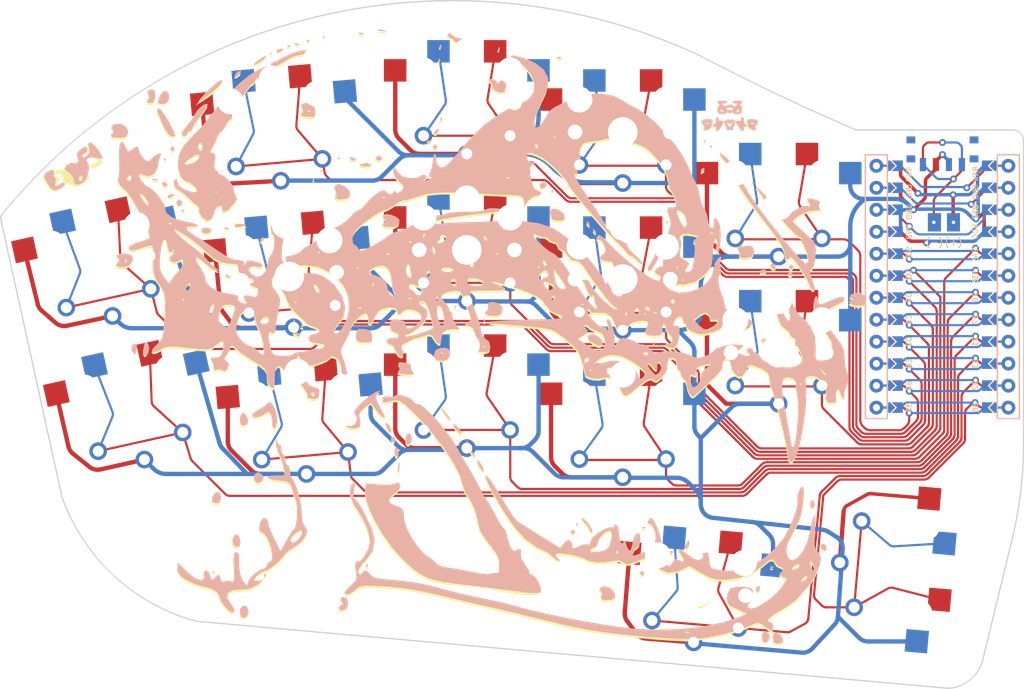
<source format=kicad_pcb>
(kicad_pcb (version 20211014) (generator pcbnew)
  (title_block (title "30hs") (date "2022-01-05") (rev "0.1") (company "<3"))
  (layers (0 "F.Cu" signal) (31 "B.Cu" signal) (34 "B.Paste" user) (35 "F.Paste" user) (36 "B.SilkS" user "B.Silkscreen") (37 "F.SilkS" user "F.Silkscreen") (38 "B.Mask" user) (39 "F.Mask" user) (44 "Edge.Cuts" user))
  (net 0 "")
  (net 1 "unconnected-(PSW1-Pad3)")
  (net 2 "switch1")
  (net 3 "switch2")
  (net 4 "switch3")
  (net 5 "switch4")
  (net 6 "switch5")
  (net 7 "switch6")
  (net 8 "switch7")
  (net 9 "switch8")
  (net 10 "switch9")
  (net 11 "switch10")
  (net 12 "switch11")
  (net 13 "switch12")
  (net 14 "switch13")
  (net 15 "switch14")
  (net 16 "switch15")
  (net 17 "unconnected-(U1-Pad22)")
  (net 18 "unconnected-(U1-Pad2)")
  (net 19 "unconnected-(U1-Pad1)")
  (net 20 "GND")
  (net 21 "VCC")
  (net 22 "Net-(BT1-Pad2)")
  (net 23 "raw")
  (net 24 "unconnected-(U1-Pad20)")
  (footprint "bugs:Kailh_socket_PG1350_optional_reversible_1u" (layer "F.Cu") (at 37.044581 75.923728 12.5)
    (fp_text reference "SW1" hide)
    (fp_text value "SW_PUSH" hide)
  )
  (footprint "bugs:Kailh_socket_PG1350_optional_reversible_1u" (layer "F.Cu") (at 57.23886 60.190585 5)
    (fp_text reference "SW2" hide)
    (fp_text value "SW_PUSH" hide)
  )
  (footprint "bugs:Kailh_socket_PG1350_optional_reversible_1u" (layer "F.Cu") (at 79.23 57.058851)
    (fp_text reference "SW3" hide)
    (fp_text value "SW_PUSH" hide)
  )
  (footprint "bugs:Kailh_socket_PG1350_optional_reversible_1u" (layer "F.Cu") (at 97.233086 60.427567)
    (fp_text reference "SW4" hide)
    (fp_text value "SW_PUSH" hide)
  )
  (footprint "bugs:Kailh_socket_PG1350_optional_reversible_1u" (layer "F.Cu") (at 115.233089 68.92757)
    (fp_text reference "SW5" hide)
    (fp_text value "SW_PUSH" hide)
  )
  (footprint "bugs:Kailh_socket_PG1350_optional_reversible_1u" (layer "F.Cu") (at 40.724057 92.520754 12.5)
    (fp_text reference "SW6" hide)
    (fp_text value "SW_PUSH" hide)
  )
  (footprint "bugs:Kailh_socket_PG1350_optional_reversible_1u" (layer "F.Cu") (at 58.720502 77.125901 5)
    (fp_text reference "SW7" hide)
    (fp_text value "SW_PUSH" hide)
  )
  (footprint "bugs:Kailh_socket_PG1350_optional_reversible_1u" (layer "F.Cu") (at 79.23 74.058851)
    (fp_text reference "SW8" hide)
    (fp_text value "SW_PUSH" hide)
  )
  (footprint "bugs:Kailh_socket_PG1350_optional_reversible_1u" (layer "F.Cu") (at 97.233086 77.427564)
    (fp_text reference "SW9" hide)
    (fp_text value "SW_PUSH" hide)
  )
  (footprint "bugs:Kailh_socket_PG1350_optional_reversible_1u" (layer "F.Cu") (at 115.233089 85.927569)
    (fp_text reference "SW10" hide)
    (fp_text value "SW_PUSH" hide)
  )
  (footprint "bugs:Kailh_socket_PG1350_optional_reversible_1u" (layer "F.Cu") (at 60.20215 94.061209 5)
    (fp_text reference "SW11" hide)
    (fp_text value "SW_PUSH" hide)
  )
  (footprint "bugs:Kailh_socket_PG1350_optional_reversible_1u" (layer "F.Cu") (at 79.23 91.058862)
    (fp_text reference "SW12" hide)
    (fp_text value "SW_PUSH" hide)
  )
  (footprint "bugs:Kailh_socket_PG1350_optional_reversible_1u" (layer "F.Cu") (at 97.233086 94.427566)
    (fp_text reference "SW13" hide)
    (fp_text value "SW_PUSH" hide)
  )
  (footprint "bugs:Kailh_socket_PG1350_optional_reversible_15u" (layer "F.Cu") (at 105.925 113.525 -5)
    (fp_text reference "SW14" hide)
    (fp_text value "SW_PUSH" hide)
  )
  (footprint "bugs:Kailh_socket_PG1350_optional_reversible_15u" (layer "F.Cu") (at 128.173785 110.702668 -95)
    (fp_text reference "SW15" hide)
    (fp_text value "SW_PUSH" hide)
  )
  (footprint "bugs:Battery_pads_reversible" (layer "F.Cu") (at 134.323 70.866 180)
    (fp_text reference "BT1" hide)
    (fp_text value "Battery_Cell" hide)
  )
  (footprint "bugs:ProMicro_jumpers" (layer "F.Cu") (at 134.139009 78.304446)
    (fp_text reference "U1" hide)
    (fp_text value "ProMicro")
  )
  (footprint "LOGO" (layer "F.Cu") (at 80.650985 84.517057 -5)
    (fp_text reference "SKULL" hide)
    (fp_text value "LOGO" hide)
  )
  (footprint "bugs:Power_reversible" (layer "F.Cu") (at 134.147486 62.441256 180)
    (fp_text reference "PSW1" hide)
    (fp_text value "SW_SPDT")
  )
  (footprint "LOGO" (layer "B.Cu") (at 80.414636 84.247485 175)
    (fp_text reference "SKULLback" hide)
    (fp_text value "LOGO" hide)
  )
  (gr_arc (start 48.006 116.967) (mid 38.493265 111.714378) (end 32.5 102.65) (layer "Edge.Cuts") (width 0.15))
  (gr_line (start 32.5 102.65) (end 25.403917 70.438877) (layer "Edge.Cuts") (width 0.15))
  (gr_line (start 143.51 74.168) (end 143.51 97.409) (layer "Edge.Cuts") (width 0.15))
  (gr_line (start 134.874 124.714) (end 48.006 116.967) (layer "Edge.Cuts") (width 0.15))
  (gr_line (start 143.51 74.168) (end 143.51 61.468) (layer "Edge.Cuts") (width 0.15))
  (gr_arc (start 25.55 69.975) (mid 62.771917 46.910535) (end 106.299 51.689) (layer "Edge.Cuts") (width 0.15))
  (gr_arc (start 142.24 60.198) (mid 143.142513 60.565487) (end 143.51 61.468) (layer "Edge.Cuts") (width 0.15))
  (gr_line (start 138.811 121.412) (end 142.113 107.823) (layer "Edge.Cuts") (width 0.15))
  (gr_arc (start 138.811 121.412) (mid 137.371857 123.694157) (end 134.874 124.714) (layer "Edge.Cuts") (width 0.15))
  (gr_line (start 142.24 60.198) (end 124.206 60.198) (layer "Edge.Cuts") (width 0.15))
  (gr_arc (start 143.51 97.409) (mid 143.095211 102.654059) (end 142.113 107.823) (layer "Edge.Cuts") (width 0.15))
  (gr_arc (start 25.403917 70.438877) (mid 25.438658 70.194877) (end 25.55 69.975) (layer "Edge.Cuts") (width 0.15))
  (gr_arc (start 124.206 60.198) (mid 115.16741 56.12257) (end 106.299 51.689) (layer "Edge.Cuts") (width 0.15))
  (gr_text "<3\nファントマ" (at 109.474 58.674) (layer "B.SilkS") (effects (font (size 1.25 1.25) (thickness 0.3125)) (justify mirror)))
  (gr_text "<3\nファントマ" (at 109.727996 58.674002) (layer "B.SilkS") (effects (font (size 1.25 1.25) (thickness 0.3125))))
  (gr_text "  <3\nファントマ" (at 106.299 58.674001) (layer "F.SilkS") (effects (font (size 1.25 1.25) (thickness 0.3125)) (justify left)))
  (gr_text "  <3\nファントマ" (at 112.902996 58.674001) (layer "F.SilkS") (effects (font (size 1.25 1.25) (thickness 0.3125)) (justify left mirror)))
  (segment (start 131.897489 62.318221) (end 131.897489 64.191257) (width 0.25) (layer "F.Cu") (net 1))
  (segment (start 132.220901 61.787703) (end 132.043936 61.964667) (width 0.25) (layer "F.Cu") (net 1))
  (segment (start 134.147489 61.641258) (end 132.574454 61.641257) (width 0.25) (layer "F.Cu") (net 1))
  (via (at 134.147489 61.641258) (size 0.8) (drill 0.4) (layers "F.Cu" "B.Cu") (net 1))
  (arc (start 131.897489 62.318221) (mid 131.935549 62.126879) (end 132.043936 61.964667) (width 0.25) (layer "F.Cu") (net 1))
  (arc (start 132.574454 61.641257) (mid 132.383113 61.679317) (end 132.220901 61.787703) (width 0.25) (layer "F.Cu") (net 1))
  (segment (start 136.397488 62.30539) (end 136.397491 64.191258) (width 0.25) (layer "B.Cu") (net 1))
  (segment (start 136.086912 61.787707) (end 136.251043 61.95184) (width 0.25) (layer "B.Cu") (net 1))
  (segment (start 134.147489 61.641258) (end 135.733356 61.641258) (width 0.25) (layer "B.Cu") (net 1))
  (arc (start 136.397488 62.30539) (mid 136.359428 62.11405) (end 136.251043 61.95184) (width 0.25) (layer "B.Cu") (net 1))
  (arc (start 136.086912 61.787707) (mid 135.924699 61.679319) (end 135.733356 61.641258) (width 0.25) (layer "B.Cu") (net 1))
  (segment (start 85.23314 82.669523) (end 64.586848 82.669523) (width 0.25) (layer "F.Cu") (net 2))
  (segment (start 42.748532 78.551455) (end 32.985571 80.715851) (width 0.25) (layer "F.Cu") (net 2))
  (segment (start 137.965009 73.859446) (end 134.587798 77.236657) (width 0.25) (layer "F.Cu") (net 2))
  (segment (start 134.355109 77.723709) (end 134.353484 77.802342) (width 0.25) (layer "F.Cu") (net 2))
  (segment (start 134.445973 77.42417) (end 134.38579 77.569465) (width 0.25) (layer "F.Cu") (net 2))
  (segment (start 61.093629 85.5) (end 47.906371 85.5) (width 0.25) (layer "F.Cu") (net 2))
  (segment (start 112.236224 97.956242) (end 105.060754 90.780772) (width 0.25) (layer "F.Cu") (net 2))
  (segment (start 47.340685 85.265685) (end 43.630246 81.555246) (width 0.25) (layer "F.Cu") (net 2))
  (segment (start 88.409711 85.514723) (end 85.798825 82.903837) (width 0.25) (layer "F.Cu") (net 2))
  (segment (start 43.420744 81.187258) (end 42.748532 78.551455) (width 0.25) (layer "F.Cu") (net 2))
  (segment (start 134.533345 77.293408) (end 134.445973 77.42417) (width 0.25) (layer "F.Cu") (net 2))
  (segment (start 39.233542 75.113781) (end 38.954135 69.405927) (width 0.25) (layer "F.Cu") (net 2))
  (segment (start 134.219377 95.246041) (end 134.151765 95.317575) (width 0.25) (layer "F.Cu") (net 2))
  (segment (start 138.453559 74.347997) (end 137.965009 73.859446) (width 0.25) (layer "F.Cu") (net 2))
  (segment (start 138.965009 74.494444) (end 138.807113 74.494444) (width 0.25) (layer "F.Cu") (net 2))
  (segment (start 134.353484 94.984679) (end 134.321369 95.077723) (width 0.25) (layer "F.Cu") (net 2))
  (segment (start 134.587798 77.236657) (end 134.533345 77.293408) (width 0.25) (layer "F.Cu") (net 2))
  (segment (start 104.82644 90.215087) (end 104.82644 88.972817) (width 0.25) (layer "F.Cu") (net 2))
  (segment (start 134.321369 95.077723) (end 134.219377 95.246041) (width 0.25) (layer "F.Cu") (net 2))
  (segment (start 64.021162 82.903838) (end 61.659314 85.265686) (width 0.25) (layer "F.Cu") (net 2))
  (segment (start 42.748532 78.551455) (end 39.501893 75.673303) (width 0.25) (layer "F.Cu") (net 2))
  (segment (start 130.947412 98.190557) (end 112.80191 98.190557) (width 0.25) (layer "F.Cu") (net 2))
  (segment (start 134.353484 77.802342) (end 134.353484 94.984679) (width 0.25) (layer "F.Cu") (net 2))
  (segment (start 134.151765 95.317575) (end 131.513097 97.956243) (width 0.25) (layer "F.Cu") (net 2))
  (segment (start 101.602663 85.74904) (end 88.975397 85.749038) (width 0.25) (layer "F.Cu") (net 2))
  (segment (start 134.38579 77.569465) (end 134.355109 77.723709) (width 0.25) (layer "F.Cu") (net 2))
  (segment (start 104.592125 88.407131) (end 102.168348 85.983354) (width 0.25) (layer "F.Cu") (net 2))
  (via (at 137.965009 73.859446) (size 0.8) (drill 0.4) (layers "F.Cu" "B.Cu") (net 2))
  (arc (start 64.586848 82.669523) (mid 64.280701 82.73042) (end 64.021162 82.903838) (width 0.25) (layer "F.Cu") (net 2))
  (arc (start 105.060754 90.780772) (mid 104.887336 90.521233) (end 104.82644 90.215087) (width 0.25) (layer "F.Cu") (net 2))
  (arc (start 101.602663 85.74904) (mid 101.908809 85.809936) (end 102.168348 85.983354) (width 0.25) (layer "F.Cu") (net 2))
  (arc (start 39.501893 75.673303) (mid 39.311257 75.420621) (end 39.233542 75.113781) (width 0.25) (layer "F.Cu") (net 2))
  (arc (start 61.659314 85.265686) (mid 61.399775 85.439104) (end 61.093629 85.5) (width 0.25) (layer "F.Cu") (net 2))
  (arc (start 47.340685 85.265685) (mid 47.600224 85.439104) (end 47.906371 85.5) (width 0.25) (layer "F.Cu") (net 2))
  (arc (start 85.798825 82.903837) (mid 85.539286 82.730419) (end 85.23314 82.669523) (width 0.25) (layer "F.Cu") (net 2))
  (arc (start 88.409711 85.514723) (mid 88.66925 85.688142) (end 88.975397 85.749038) (width 0.25) (layer "F.Cu") (net 2))
  (arc (start 112.80191 98.190557) (mid 112.495763 98.129661) (end 112.236224 97.956242) (width 0.25) (layer "F.Cu") (net 2))
  (arc (start 43.420744 81.187258) (mid 43.500706 81.385365) (end 43.630246 81.555246) (width 0.25) (layer "F.Cu") (net 2))
  (arc (start 130.947412 98.190557) (mid 131.253558 98.129661) (end 131.513097 97.956243) (width 0.25) (layer "F.Cu") (net 2))
  (arc (start 104.82644 88.972817) (mid 104.765544 88.66667) (end 104.592125 88.407131) (width 0.25) (layer "F.Cu") (net 2))
  (arc (start 138.807113 74.494444) (mid 138.615771 74.456384) (end 138.453559 74.347997) (width 0.25) (layer "F.Cu") (net 2))
  (segment (start 34.544835 76.238199) (end 32.559396 70.823606) (width 0.25) (layer "B.Cu") (net 2))
  (segment (start 129.313009 74.494446) (end 129.484063 74.323392) (width 0.25) (layer "B.Cu") (net 2))
  (segment (start 137.793956 74.030499) (end 137.965009 73.859446) (width 0.25) (layer "B.Cu") (net 2))
  (segment (start 131.313009 74.176946) (end 137.440402 74.176946) (width 0.25) (layer "B.Cu") (net 2))
  (segment (start 32.985571 80.715851) (end 34.537246 76.808903) (width 0.25) (layer "B.Cu") (net 2))
  (segment (start 129.837616 74.176946) (end 131.313009 74.176946) (width 0.25) (layer "B.Cu") (net 2))
  (arc (start 137.440402 74.176946) (mid 137.631744 74.138886) (end 137.793956 74.030499) (width 0.25) (layer "B.Cu") (net 2))
  (arc (start 129.837616 74.176946) (mid 129.646275 74.215006) (end 129.484063 74.323392) (width 0.25) (layer "B.Cu") (net 2))
  (arc (start 34.537246 76.808903) (mid 34.593667 76.524251) (end 34.544835 76.238199) (width 0.25) (layer "B.Cu") (net 2))
  (segment (start 105.12596 72.949601) (end 105.12596 69.362343) (width 0.25) (layer "F.Cu") (net 3))
  (segment (start 90.637218 68.252224) (end 88.601811 66.216817) (width 0.25) (layer "F.Cu") (net 3))
  (segment (start 59.550038 59.670652) (end 59.982821 53.977791) (width 0.25) (layer "F.Cu") (net 3))
  (segment (start 108.784711 76.939723) (end 105.360274 73.515286) (width 0.25) (layer "F.Cu") (net 3))
  (segment (start 104.891645 68.796657) (end 104.815842 68.720854) (width 0.25) (layer "F.Cu") (net 3))
  (segment (start 123.180325 77.271657) (end 123.141286 77.232618) (width 0.25) (layer "F.Cu") (net 3))
  (segment (start 62.551025 63.540346) (end 52.589078 64.411904) (width 0.25) (layer "F.Cu") (net 3))
  (segment (start 129.777822 96.10049) (end 125.001884 96.10049) (width 0.25) (layer "F.Cu") (net 3))
  (segment (start 131.915685 94.293998) (end 130.343507 95.866176) (width 0.25) (layer "F.Cu") (net 3))
  (segment (start 122.999865 77.17404) (end 121.85 77.17404) (width 0.25) (layer "F.Cu") (net 3))
  (segment (start 123.414641 94.513247) (end 123.414641 93.7) (width 0.25) (layer "F.Cu") (net 3))
  (segment (start 62.551025 63.540346) (end 59.739605 60.25108) (width 0.25) (layer "F.Cu") (net 3))
  (segment (start 129.824454 84.800891) (end 130.313009 85.289444) (width 0.25) (layer "F.Cu") (net 3))
  (segment (start 123.414641 93.7) (end 123.41464 77.837343) (width 0.25) (layer "F.Cu") (net 3))
  (segment (start 104.250157 68.48654) (end 91.202904 68.486539) (width 0.25) (layer "F.Cu") (net 3))
  (segment (start 132.15 87.457806) (end 132.15 93.728312) (width 0.25) (layer "F.Cu") (net 3))
  (segment (start 63.248188 65.748188) (end 63.031724 65.531724) (width 0.25) (layer "F.Cu") (net 3))
  (segment (start 88.036126 65.982503) (end 63.813874 65.982503) (width 0.25) (layer "F.Cu") (net 3))
  (segment (start 121.85 77.17404) (end 109.350397 77.174038) (width 0.25) (layer "F.Cu") (net 3))
  (segment (start 130.313009 85.289444) (end 131.915686 86.892121) (width 0.25) (layer "F.Cu") (net 3))
  (segment (start 124.436198 95.866175) (end 123.648955 95.078932) (width 0.25) (layer "F.Cu") (net 3))
  (segment (start 62.808109 65.09644) (end 62.551025 63.540346) (width 0.25) (layer "F.Cu") (net 3))
  (segment (start 129.313008 84.654447) (end 129.470896 84.654445) (width 0.25) (layer "F.Cu") (net 3))
  (via (at 130.313009 85.289444) (size 0.8) (drill 0.4) (layers "F.Cu" "B.Cu") (net 3))
  (arc (start 125.001884 96.10049) (mid 124.695737 96.039594) (end 124.436198 95.866175) (width 0.25) (layer "F.Cu") (net 3))
  (arc (start 105.12596 69.362343) (mid 105.065063 69.056196) (end 104.891645 68.796657) (width 0.25) (layer "F.Cu") (net 3))
  (arc (start 105.12596 72.949601) (mid 105.186856 73.255747) (end 105.360274 73.515286) (width 0.25) (layer "F.Cu") (net 3))
  (arc (start 129.470896 84.654445) (mid 129.66224 84.692504) (end 129.824454 84.800891) (width 0.25) (layer "F.Cu") (net 3))
  (arc (start 130.343507 95.866176) (mid 130.083968 96.039594) (end 129.777822 96.10049) (width 0.25) (layer "F.Cu") (net 3))
  (arc (start 63.031724 65.531724) (mid 62.885816 65.3316) (end 62.808109 65.09644) (width 0.25) (layer "F.Cu") (net 3))
  (arc (start 63.813874 65.982503) (mid 63.507727 65.921606) (end 63.248188 65.748188) (width 0.25) (layer "F.Cu") (net 3))
  (arc (start 88.036126 65.982503) (mid 88.342272 66.043399) (end 88.601811 66.216817) (width 0.25) (layer "F.Cu") (net 3))
  (arc (start 131.915686 86.892121) (mid 132.089104 87.15166) (end 132.15 87.457806) (width 0.25) (layer "F.Cu") (net 3))
  (arc (start 132.15 93.728312) (mid 132.089103 94.034459) (end 131.915685 94.293998) (width 0.25) (layer "F.Cu") (net 3))
  (arc (start 104.815842 68.720854) (mid 104.556303 68.547436) (end 104.250157 68.48654) (width 0.25) (layer "F.Cu") (net 3))
  (arc (start 109.350397 77.174038) (mid 109.04425 77.113141) (end 108.784711 76.939723) (width 0.25) (layer "F.Cu") (net 3))
  (arc (start 122.999865 77.17404) (mid 123.076401 77.189264) (end 123.141286 77.232618) (width 0.25) (layer "F.Cu") (net 3))
  (arc (start 123.648955 95.078932) (mid 123.475537 94.819393) (end 123.414641 94.513247) (width 0.25) (layer "F.Cu") (net 3))
  (arc (start 90.637218 68.252224) (mid 90.896757 68.425643) (end 91.202904 68.486539) (width 0.25) (layer "F.Cu") (net 3))
  (arc (start 123.41464 77.837343) (mid 123.353743 77.531196) (end 123.180325 77.271657) (width 0.25) (layer "F.Cu") (net 3))
  (arc (start 59.550038 59.670652) (mid 59.587267 59.979663) (end 59.739605 60.25108) (width 0.25) (layer "F.Cu") (net 3))
  (segment (start 54.617101 60.169299) (end 53.457746 54.548662) (width 0.25) (layer "B.Cu") (net 3))
  (segment (start 138.476455 85.142998) (end 138.965007 84.654447) (width 0.25) (layer "B.Cu") (net 3))
  (segment (start 130.313009 85.289444) (end 138.122902 85.289444) (width 0.25) (layer "B.Cu") (net 3))
  (segment (start 52.589078 64.411904) (end 54.541477 60.703607) (width 0.25) (layer "B.Cu") (net 3))
  (arc (start 138.476455 85.142998) (mid 138.314243 85.251384) (end 138.122902 85.289444) (width 0.25) (layer "B.Cu") (net 3))
  (arc (start 54.541477 60.703607) (mid 54.6257 60.443022) (end 54.617101 60.169299) (width 0.25) (layer "B.Cu") (net 3))
  (segment (start 108.950198 76.540204) (end 105.759795 73.349801) (width 0.25) (layer "F.Cu") (net 4))
  (segment (start 84.244393 60.858851) (end 74.244393 60.858851) (width 0.25) (layer "F.Cu") (net 4))
  (segment (start 123.579845 77.106171) (end 123.351036 76.877362) (width 0.25) (layer "F.Cu") (net 4))
  (segment (start 105.291165 68.631171) (end 104.981328 68.321334) (width 0.25) (layer "F.Cu") (net 4))
  (segment (start 129.541602 95.70098) (end 125.167358 95.70098) (width 0.25) (layer "F.Cu") (net 4))
  (segment (start 129.313007 87.194443) (end 129.470902 87.194443) (width 0.25) (layer "F.Cu") (net 4))
  (segment (start 84.244393 60.858851) (end 81.753679 57.188317) (width 0.25) (layer "F.Cu") (net 4))
  (segment (start 105.525481 72.784116) (end 105.52548 69.196857) (width 0.25) (layer "F.Cu") (net 4))
  (segment (start 90.802705 67.852705) (end 87.134314 64.184314) (width 0.25) (layer "F.Cu") (net 4))
  (segment (start 129.824454 87.34089) (end 130.313007 87.829443) (width 0.25) (layer "F.Cu") (net 4))
  (segment (start 124.601672 95.466665) (end 124.048474 94.913467) (width 0.25) (layer "F.Cu") (net 4))
  (segment (start 84.244393 62.713022) (end 84.244393 60.858851) (width 0.25) (layer "F.Cu") (net 4))
  (segment (start 81.626002 56.610897) (end 82.519393 51.108851) (width 0.25) (layer "F.Cu") (net 4))
  (segment (start 123.102754 76.77452) (end 109.515884 76.774519) (width 0.25) (layer "F.Cu") (net 4))
  (segment (start 86.568629 63.95) (end 85.481371 63.95) (width 0.25) (layer "F.Cu") (net 4))
  (segment (start 104.415643 68.08702) (end 91.368391 68.08702) (width 0.25) (layer "F.Cu") (net 4))
  (segment (start 84.915685 63.715685) (end 84.478707 63.278707) (width 0.25) (layer "F.Cu") (net 4))
  (segment (start 131.515685 94.058268) (end 130.107287 95.466666) (width 0.25) (layer "F.Cu") (net 4))
  (segment (start 123.81416 94.347782) (end 123.81416 77.671857) (width 0.25) (layer "F.Cu") (net 4))
  (segment (start 130.313007 87.829443) (end 131.515686 89.032122) (width 0.25) (layer "F.Cu") (net 4))
  (segment (start 131.75 89.597807) (end 131.75 93.492582) (width 0.25) (layer "F.Cu") (net 4))
  (via (at 130.313007 87.829443) (size 0.8) (drill 0.4) (layers "F.Cu" "B.Cu") (net 4))
  (arc (start 105.291165 68.631171) (mid 105.464584 68.89071) (end 105.52548 69.196857) (width 0.25) (layer "F.Cu") (net 4))
  (arc (start 104.981328 68.321334) (mid 104.721789 68.147916) (end 104.415643 68.08702) (width 0.25) (layer "F.Cu") (net 4))
  (arc (start 130.107287 95.466666) (mid 129.847748 95.640084) (end 129.541602 95.70098) (width 0.25) (layer "F.Cu") (net 4))
  (arc (start 123.579845 77.106171) (mid 123.753264 77.36571) (end 123.81416 77.671857) (width 0.25) (layer "F.Cu") (net 4))
  (arc (start 125.167358 95.70098) (mid 124.861211 95.640083) (end 124.601672 95.466665) (width 0.25) (layer "F.Cu") (net 4))
  (arc (start 124.048474 94.913467) (mid 123.875056 94.653928) (end 123.81416 94.347782) (width 0.25) (layer "F.Cu") (net 4))
  (arc (start 123.102754 76.77452) (mid 123.237123 76.801248) (end 123.351036 76.877362) (width 0.25) (layer "F.Cu") (net 4))
  (arc (start 81.626002 56.610897) (mid 81.634528 56.911838) (end 81.753679 57.188317) (width 0.25) (layer "F.Cu") (net 4))
  (arc (start 131.75 93.492582) (mid 131.689103 93.798729) (end 131.515685 94.058268) (width 0.25) (layer "F.Cu") (net 4))
  (arc (start 85.481371 63.95) (mid 85.175224 63.889103) (end 84.915685 63.715685) (width 0.25) (layer "F.Cu") (net 4))
  (arc (start 86.568629 63.95) (mid 86.874775 64.010896) (end 87.134314 64.184314) (width 0.25) (layer "F.Cu") (net 4))
  (arc (start 105.759795 73.349801) (mid 105.586377 73.090262) (end 105.525481 72.784116) (width 0.25) (layer "F.Cu") (net 4))
  (arc (start 129.470902 87.194443) (mid 129.662243 87.232503) (end 129.824454 87.34089) (width 0.25) (layer "F.Cu") (net 4))
  (arc (start 131.515686 89.032122) (mid 131.689104 89.291661) (end 131.75 89.597807) (width 0.25) (layer "F.Cu") (net 4))
  (arc (start 108.950198 76.540204) (mid 109.209737 76.713623) (end 109.515884 76.774519) (width 0.25) (layer "F.Cu") (net 4))
  (arc (start 91.368391 68.08702) (mid 91.062244 68.026123) (end 90.802705 67.852705) (width 0.25) (layer "F.Cu") (net 4))
  (arc (start 84.478707 63.278707) (mid 84.305289 63.019168) (end 84.244393 62.713022) (width 0.25) (layer "F.Cu") (net 4))
  (segment (start 130.313007 87.829443) (end 138.122901 87.829445) (width 0.25) (layer "B.Cu") (net 4))
  (segment (start 76.804024 56.739817) (end 75.969393 51.108851) (width 0.25) (layer "B.Cu") (net 4))
  (segment (start 138.476454 87.682999) (end 138.965008 87.194447) (width 0.25) (layer "B.Cu") (net 4))
  (segment (start 74.244393 60.858851) (end 76.672952 57.308807) (width 0.25) (layer "B.Cu") (net 4))
  (arc (start 76.672952 57.308807) (mid 76.792253 57.036697) (end 76.804024 56.739817) (width 0.25) (layer "B.Cu") (net 4))
  (arc (start 138.122901 87.829445) (mid 138.314242 87.791385) (end 138.476454 87.682999) (width 0.25) (layer "B.Cu") (net 4))
  (segment (start 105.690685 68.465685) (end 105.146814 67.921814) (width 0.25) (layer "F.Cu") (net 5))
  (segment (start 124.21368 94.182309) (end 124.21368 77.506371) (width 0.25) (layer "F.Cu") (net 5))
  (segment (start 123.979365 76.940685) (end 123.582847 76.544167) (width 0.25) (layer "F.Cu") (net 5))
  (segment (start 123.174442 76.375) (end 109.681371 76.375) (width 0.25) (layer "F.Cu") (net 5))
  (segment (start 102.628185 67.453185) (end 102.4674 67.2924) (width 0.25) (layer "F.Cu") (net 5))
  (segment (start 109.115685 76.140685) (end 106.159314 73.184314) (width 0.25) (layer "F.Cu") (net 5))
  (segment (start 102.233086 66.726715) (end 102.233086 64.227567) (width 0.25) (layer "F.Cu") (net 5))
  (segment (start 131.325 91.712808) (end 131.325 93.305975) (width 0.25) (layer "F.Cu") (net 5))
  (segment (start 131.090686 93.87166) (end 129.895188 95.067158) (width 0.25) (layer "F.Cu") (net 5))
  (segment (start 130.313008 90.369445) (end 131.090685 91.147122) (width 0.25) (layer "F.Cu") (net 5))
  (segment (start 99.464251 60.009496) (end 100.508086 54.477567) (width 0.25) (layer "F.Cu") (net 5))
  (segment (start 104.581129 67.6875) (end 103.193871 67.6875) (width 0.25) (layer "F.Cu") (net 5))
  (segment (start 102.233086 64.227567) (end 99.604424 60.62979) (width 0.25) (layer "F.Cu") (net 5))
  (segment (start 124.767159 95.067159) (end 124.447995 94.747995) (width 0.25) (layer "F.Cu") (net 5))
  (segment (start 92.133086 64.327566) (end 102.33309 64.327569) (width 0.25) (layer "F.Cu") (net 5))
  (segment (start 129.313009 89.734443) (end 129.470902 89.734443) (width 0.25) (layer "F.Cu") (net 5))
  (segment (start 105.925 72.618629) (end 105.925 69.031371) (width 0.25) (layer "F.Cu") (net 5))
  (segment (start 129.329502 95.301473) (end 125.332844 95.301473) (width 0.25) (layer "F.Cu") (net 5))
  (segment (start 129.824455 89.88089) (end 130.313008 90.369445) (width 0.25) (layer "F.Cu") (net 5))
  (via (at 130.313008 90.369445) (size 0.8) (drill 0.4) (layers "F.Cu" "B.Cu") (net 5))
  (arc (start 123.582847 76.544167) (mid 123.395469 76.418965) (end 123.174442 76.375) (width 0.25) (layer "F.Cu") (net 5))
  (arc (start 105.925 72.618629) (mid 105.985896 72.924775) (end 106.159314 73.184314) (width 0.25) (layer "F.Cu") (net 5))
  (arc (start 124.447995 94.747995) (mid 124.274577 94.488456) (end 124.21368 94.182309) (width 0.25) (layer "F.Cu") (net 5))
  (arc (start 109.681371 76.375) (mid 109.375224 76.314103) (end 109.115685 76.140685) (width 0.25) (layer "F.Cu") (net 5))
  (arc (start 129.470902 89.734443) (mid 129.662244 89.772504) (end 129.824455 89.88089) (width 0.25) (layer "F.Cu") (net 5))
  (arc (start 99.464251 60.009496) (mid 99.470054 60.33417) (end 99.604424 60.62979) (width 0.25) (layer "F.Cu") (net 5))
  (arc (start 123.979365 76.940685) (mid 124.152784 77.200224) (end 124.21368 77.506371) (width 0.25) (layer "F.Cu") (net 5))
  (arc (start 103.193871 67.6875) (mid 102.887724 67.626603) (end 102.628185 67.453185) (width 0.25) (layer "F.Cu") (net 5))
  (arc (start 131.090685 91.147122) (mid 131.264103 91.406661) (end 131.325 91.712808) (width 0.25) (layer "F.Cu") (net 5))
  (arc (start 104.581129 67.6875) (mid 104.887275 67.748396) (end 105.146814 67.921814) (width 0.25) (layer "F.Cu") (net 5))
  (arc (start 105.925 69.031371) (mid 105.864103 68.725224) (end 105.690685 68.465685) (width 0.25) (layer "F.Cu") (net 5))
  (arc (start 129.895188 95.067158) (mid 129.635649 95.240577) (end 129.329502 95.301473) (width 0.25) (layer "F.Cu") (net 5))
  (arc (start 102.233086 66.726715) (mid 102.293982 67.032861) (end 102.4674 67.2924) (width 0.25) (layer "F.Cu") (net 5))
  (arc (start 131.325 93.305975) (mid 131.264104 93.612121) (end 131.090686 93.87166) (width 0.25) (layer "F.Cu") (net 5))
  (arc (start 125.332844 95.301473) (mid 125.026698 95.240577) (end 124.767159 95.067159) (width 0.25) (layer "F.Cu") (net 5))
  (segment (start 130.313008 90.369445) (end 138.122901 90.369448) (width 0.25) (layer "B.Cu") (net 5))
  (segment (start 138.476456 90.223) (end 138.965009 89.734442) (width 0.25) (layer "B.Cu") (net 5))
  (segment (start 92.233086 64.227567) (end 94.740121 60.616308) (width 0.25) (layer "B.Cu") (net 5))
  (segment (start 94.87233 60.030116) (end 93.958086 54.477567) (width 0.25) (layer "B.Cu") (net 5))
  (arc (start 94.740121 60.616308) (mid 94.863356 60.336097) (end 94.87233 60.030116) (width 0.25) (layer "B.Cu") (net 5))
  (arc (start 138.122901 90.369448) (mid 138.314244 90.331387) (end 138.476456 90.223) (width 0.25) (layer "B.Cu") (net 5))
  (segment (start 129.824454 92.420891) (end 130.313005 92.909447) (width 0.25) (layer "F.Cu") (net 6))
  (segment (start 130.313005 92.909447) (end 130.313005 93.656381) (width 0.25) (layer "F.Cu") (net 6))
  (segment (start 122.705356 72.82757) (end 120.333089 72.82757) (width 0.25) (layer "F.Cu") (net 6))
  (segment (start 117.579205 68.4081) (end 118.508089 62.97757) (width 0.25) (layer "F.Cu") (net 6))
  (segment (start 129.313004 92.274443) (end 129.470899 92.274443) (width 0.25) (layer "F.Cu") (net 6))
  (segment (start 124.6632 93.718186) (end 124.6632 74.785414) (width 0.25) (layer "F.Cu") (net 6))
  (segment (start 120.33309 72.82757) (end 120.333092 72.827572) (width 0.25) (layer "F.Cu") (net 6))
  (segment (start 129.074986 94.8944) (end 125.839414 94.8944) (width 0.25) (layer "F.Cu") (net 6))
  (segment (start 130.020112 94.363488) (end 129.782093 94.601507) (width 0.25) (layer "F.Cu") (net 6))
  (segment (start 110.133089 72.82757) (end 120.333092 72.827572) (width 0.25) (layer "F.Cu") (net 6))
  (segment (start 125.132307 94.601507) (end 124.956093 94.425293) (width 0.25) (layer "F.Cu") (net 6))
  (segment (start 120.333089 72.82757) (end 120.33309 72.82757) (width 0.25) (layer "F.Cu") (net 6))
  (segment (start 120.233089 72.72757) (end 117.705162 68.991281) (width 0.25) (layer "F.Cu") (net 6))
  (segment (start 124.370307 74.078307) (end 123.412463 73.120463) (width 0.25) (layer "F.Cu") (net 6))
  (via (at 130.313005 92.909447) (size 0.8) (drill 0.4) (layers "F.Cu" "B.Cu") (net 6))
  (arc (start 117.579205 68.4081) (mid 117.585784 68.711872) (end 117.705162 68.991281) (width 0.25) (layer "F.Cu") (net 6))
  (arc (start 130.020112 94.363488) (mid 130.236885 94.039065) (end 130.313005 93.656381) (width 0.25) (layer "F.Cu") (net 6))
  (arc (start 124.956093 94.425293) (mid 124.73932 94.10087) (end 124.6632 93.718186) (width 0.25) (layer "F.Cu") (net 6))
  (arc (start 129.782093 94.601507) (mid 129.45767 94.81828) (end 129.074986 94.8944) (width 0.25) (layer "F.Cu") (net 6))
  (arc (start 123.412463 73.120463) (mid 123.08804 72.90369) (end 122.705356 72.82757) (width 0.25) (layer "F.Cu") (net 6))
  (arc (start 125.132307 94.601507) (mid 125.45673 94.81828) (end 125.839414 94.8944) (width 0.25) (layer "F.Cu") (net 6))
  (arc (start 124.370307 74.078307) (mid 124.58708 74.40273) (end 124.6632 74.785414) (width 0.25) (layer "F.Cu") (net 6))
  (arc (start 129.824454 92.420891) (mid 129.662242 92.312503) (end 129.470899 92.274443) (width 0.25) (layer "F.Cu") (net 6))
  (segment (start 110.233089 72.72757) (end 112.621588 68.872603) (width 0.25) (layer "B.Cu") (net 6))
  (segment (start 130.313005 92.909447) (end 138.122898 92.909446) (width 0.25) (layer "B.Cu") (net 6))
  (segment (start 112.7333 68.336724) (end 111.958089 62.97757) (width 0.25) (layer "B.Cu") (net 6))
  (segment (start 138.476451 92.763) (end 138.965006 92.274446) (width 0.25) (layer "B.Cu") (net 6))
  (arc (start 112.621588 68.872603) (mid 112.724704 68.614516) (end 112.7333 68.336724) (width 0.25) (layer "B.Cu") (net 6))
  (arc (start 138.122898 92.909446) (mid 138.314239 92.871386) (end 138.476451 92.763) (width 0.25) (layer "B.Cu") (net 6))
  (segment (start 47.341667 98.134365) (end 46.428008 95.148481) (width 0.25) (layer "F.Cu") (net 7))
  (segment (start 135.953186 88.825628) (end 135.951561 88.904261) (width 0.25) (layer "F.Cu") (net 7))
  (segment (start 42.83765 91.563427) (end 42.633611 86.002953) (width 0.25) (layer "F.Cu") (net 7))
  (segment (start 113.802049 100.022951) (end 111.584314 102.240686) (width 0.25) (layer "F.Cu") (net 7))
  (segment (start 137.965007 86.559444) (end 136.185875 88.338576) (width 0.25) (layer "F.Cu") (net 7))
  (segment (start 111.018629 102.475) (end 51.881371 102.475) (width 0.25) (layer "F.Cu") (net 7))
  (segment (start 131.699011 99.788636) (end 114.367735 99.788636) (width 0.25) (layer "F.Cu") (net 7))
  (segment (start 46.428008 95.148481) (end 43.099359 92.126394) (width 0.25) (layer "F.Cu") (net 7))
  (segment (start 136.131422 88.395327) (end 136.04405 88.526089) (width 0.25) (layer "F.Cu") (net 7))
  (segment (start 46.428008 95.148481) (end 36.665047 97.312877) (width 0.25) (layer "F.Cu") (net 7))
  (segment (start 136.185875 88.338576) (end 136.131422 88.395327) (width 0.25) (layer "F.Cu") (net 7))
  (segment (start 135.951561 88.904261) (end 135.951561 95.536086) (width 0.25) (layer "F.Cu") (net 7))
  (segment (start 51.315685 102.240685) (end 47.540969 98.465969) (width 0.25) (layer "F.Cu") (net 7))
  (segment (start 136.04405 88.526089) (end 135.983867 88.671384) (width 0.25) (layer "F.Cu") (net 7))
  (segment (start 138.453561 87.048) (end 137.965007 86.559444) (width 0.25) (layer "F.Cu") (net 7))
  (segment (start 135.951561 95.536086) (end 135.950082 95.614734) (width 0.25) (layer "F.Cu") (net 7))
  (segment (start 135.919396 95.769006) (end 135.859202 95.914328) (width 0.25) (layer "F.Cu") (net 7))
  (segment (start 135.983867 88.671384) (end 135.953186 88.825628) (width 0.25) (layer "F.Cu") (net 7))
  (segment (start 135.859202 95.914328) (end 135.771813 96.045114) (width 0.25) (layer "F.Cu") (net 7))
  (segment (start 138.965008 87.194447) (end 138.807114 87.194447) (width 0.25) (layer "F.Cu") (net 7))
  (segment (start 135.950082 95.614734) (end 135.919396 95.769006) (width 0.25) (layer "F.Cu") (net 7))
  (segment (start 135.717246 96.101772) (end 132.264696 99.554322) (width 0.25) (layer "F.Cu") (net 7))
  (segment (start 135.771813 96.045114) (end 135.717246 96.101772) (width 0.25) (layer "F.Cu") (net 7))
  (via (at 137.965007 86.559444) (size 0.8) (drill 0.4) (layers "F.Cu" "B.Cu") (net 7))
  (arc (start 47.540969 98.465969) (mid 47.42097 98.312396) (end 47.341667 98.134365) (width 0.25) (layer "F.Cu") (net 7))
  (arc (start 111.018629 102.475) (mid 111.324775 102.414104) (end 111.584314 102.240686) (width 0.25) (layer "F.Cu") (net 7))
  (arc (start 51.315685 102.240685) (mid 51.575224 102.414104) (end 51.881371 102.475) (width 0.25) (layer "F.Cu") (net 7))
  (arc (start 43.099359 92.126394) (mid 42.911668 91.871332) (end 42.83765 91.563427) (width 0.25) (layer "F.Cu") (net 7))
  (arc (start 138.807114 87.194447) (mid 138.615772 87.156386) (end 138.453561 87.048) (width 0.25) (layer "F.Cu") (net 7))
  (arc (start 114.367735 99.788636) (mid 114.061588 99.849533) (end 113.802049 100.022951) (width 0.25) (layer "F.Cu") (net 7))
  (arc (start 132.264696 99.554322) (mid 132.005157 99.72774) (end 131.699011 99.788636) (width 0.25) (layer "F.Cu") (net 7))
  (segment (start 129.80156 86.705891) (end 129.313007 87.194443) (width 0.25) (layer "B.Cu") (net 7))
  (segment (start 38.309 92.751295) (end 36.238872 87.420632) (width 0.25) (layer "B.Cu") (net 7))
  (segment (start 137.965007 86.559444) (end 130.155113 86.559445) (width 0.25) (layer "B.Cu") (net 7))
  (segment (start 36.665047 97.312877) (end 38.302717 93.346188) (width 0.25) (layer "B.Cu") (net 7))
  (arc (start 129.80156 86.705891) (mid 129.963772 86.597505) (end 130.155113 86.559445) (width 0.25) (layer "B.Cu") (net 7))
  (arc (start 38.302717 93.346188) (mid 38.363214 93.049347) (end 38.309 92.751295) (width 0.25) (layer "B.Cu") (net 7))
  (segment (start 101.768149 85.34952) (end 89.140884 85.349519) (width 0.25) (layer "F.Cu") (net 8))
  (segment (start 138.453558 76.887996) (end 137.965009 76.399444) (width 0.25) (layer "F.Cu") (net 8))
  (segment (start 105.22596 90.049601) (end 105.22596 88.807331) (width 0.25) (layer "F.Cu") (net 8))
  (segment (start 130.813009 76.399446) (end 133.903965 79.490402) (width 0.25) (layer "F.Cu") (net 8))
  (segment (start 112.40171 97.556722) (end 105.460274 90.615286) (width 0.25) (layer "F.Cu") (net 8))
  (segment (start 64.032667 81.451296) (end 64.032667 80.475662) (width 0.25) (layer "F.Cu") (net 8))
  (segment (start 60.978837 76.422822) (end 61.464463 70.913107) (width 0.25) (layer "F.Cu") (net 8))
  (segment (start 104.991645 88.241645) (end 102.333834 85.583834) (width 0.25) (layer "F.Cu") (net 8))
  (segment (start 130.665115 97.791038) (end 112.967396 97.791037) (width 0.25) (layer "F.Cu") (net 8))
  (segment (start 64.032667 80.475662) (end 54.07072 81.34722) (width 0.25) (layer "F.Cu") (net 8))
  (segment (start 138.965008 77.034444) (end 138.807114 77.034444) (width 0.25) (layer "F.Cu") (net 8))
  (segment (start 64.285688 82.035688) (end 64.266981 82.016981) (width 0.25) (layer "F.Cu") (net 8))
  (segment (start 85.398626 82.270003) (end 64.851374 82.270003) (width 0.25) (layer "F.Cu") (net 8))
  (segment (start 88.575198 85.115204) (end 85.964311 82.504317) (width 0.25) (layer "F.Cu") (net 8))
  (segment (start 133.66965 95.117874) (end 131.2308 97.556724) (width 0.25) (layer "F.Cu") (net 8))
  (segment (start 64.032667 80.475662) (end 61.15938 77.003054) (width 0.25) (layer "F.Cu") (net 8))
  (segment (start 133.903965 79.490402) (end 133.903965 94.552188) (width 0.25) (layer "F.Cu") (net 8))
  (via (at 137.965009 76.399444) (size 0.8) (drill 0.4) (layers "F.Cu" "B.Cu") (net 8))
  (via (at 130.813009 76.399446) (size 0.8) (drill 0.4) (layers "F.Cu" "B.Cu") (net 8))
  (arc (start 85.398626 82.270003) (mid 85.704772 82.330899) (end 85.964311 82.504317) (width 0.25) (layer "F.Cu") (net 8))
  (arc (start 64.851374 82.270003) (mid 64.545227 82.209107) (end 64.285688 82.035688) (width 0.25) (layer "F.Cu") (net 8))
  (arc (start 64.266981 82.016981) (mid 64.093563 81.757442) (end 64.032667 81.451296) (width 0.25) (layer "F.Cu") (net 8))
  (arc (start 89.140884 85.349519) (mid 88.834737 85.288622) (end 88.575198 85.115204) (width 0.25) (layer "F.Cu") (net 8))
  (arc (start 101.768149 85.34952) (mid 102.074295 85.410416) (end 102.333834 85.583834) (width 0.25) (layer "F.Cu") (net 8))
  (arc (start 112.967396 97.791037) (mid 112.661249 97.730141) (end 112.40171 97.556722) (width 0.25) (layer "F.Cu") (net 8))
  (arc (start 138.807114 77.034444) (mid 138.615771 76.996384) (end 138.453558 76.887996) (width 0.25) (layer "F.Cu") (net 8))
  (arc (start 131.2308 97.556724) (mid 130.971261 97.730142) (end 130.665115 97.791038) (width 0.25) (layer "F.Cu") (net 8))
  (arc (start 105.22596 88.807331) (mid 105.165063 88.501184) (end 104.991645 88.241645) (width 0.25) (layer "F.Cu") (net 8))
  (arc (start 105.460274 90.615286) (mid 105.286856 90.355747) (end 105.22596 90.049601) (width 0.25) (layer "F.Cu") (net 8))
  (arc (start 133.903965 94.552188) (mid 133.843068 94.858335) (end 133.66965 95.117874) (width 0.25) (layer "F.Cu") (net 8))
  (arc (start 61.15938 77.003054) (mid 61.011872 76.730748) (end 60.978837 76.422822) (width 0.25) (layer "F.Cu") (net 8))
  (segment (start 130.813009 76.399446) (end 130.155116 76.399446) (width 0.25) (layer "B.Cu") (net 8))
  (segment (start 56.297474 76.820372) (end 54.939388 71.483978) (width 0.25) (layer "B.Cu") (net 8))
  (segment (start 130.813011 76.399444) (end 130.813009 76.399446) (width 0.25) (layer "B.Cu") (net 8))
  (segment (start 54.07072 81.34722) (end 56.224416 77.400921) (width 0.25) (layer "B.Cu") (net 8))
  (segment (start 137.965009 76.399444) (end 130.813011 76.399444) (width 0.25) (layer "B.Cu") (net 8))
  (segment (start 129.801562 76.545893) (end 129.313009 77.034446) (width 0.25) (layer "B.Cu") (net 8))
  (arc (start 130.155116 76.399446) (mid 129.963774 76.437506) (end 129.801562 76.545893) (width 0.25) (layer "B.Cu") (net 8))
  (arc (start 56.224416 77.400921) (mid 56.315927 77.117566) (end 56.297474 76.820372) (width 0.25) (layer "B.Cu") (net 8))
  (segment (start 133.307292 94.888522) (end 133.252725 94.94518) (width 0.25) (layer "F.Cu") (net 9))
  (segment (start 133.48704 94.379494) (end 133.485561 94.458142) (width 0.25) (layer "F.Cu") (net 9))
  (segment (start 84.244389 77.858851) (end 81.668719 74.223425) (width 0.25) (layer "F.Cu") (net 9))
  (segment (start 105.62548 89.884116) (end 105.625479 88.621856) (width 0.25) (layer "F.Cu") (net 9))
  (segment (start 133.485415 81.096218) (end 133.48704 81.174851) (width 0.25) (layer "F.Cu") (net 9))
  (segment (start 133.485561 94.458142) (end 133.454875 94.612414) (width 0.25) (layer "F.Cu") (net 9))
  (segment (start 129.313008 77.034445) (end 129.4709 77.034445) (width 0.25) (layer "F.Cu") (net 9))
  (segment (start 130.553648 97.389894) (end 130.475015 97.391519) (width 0.25) (layer "F.Cu") (net 9))
  (segment (start 133.252725 94.94518) (end 131.0407 97.157205) (width 0.25) (layer "F.Cu") (net 9))
  (segment (start 129.824456 77.180893) (end 130.313006 77.669446) (width 0.25) (layer "F.Cu") (net 9))
  (segment (start 130.983949 97.211658) (end 130.853187 97.29903) (width 0.25) (layer "F.Cu") (net 9))
  (segment (start 81.533979 73.620136) (end 82.519389 68.108851) (width 0.25) (layer "F.Cu") (net 9))
  (segment (start 131.0407 97.157205) (end 130.983949 97.211658) (width 0.25) (layer "F.Cu") (net 9))
  (segment (start 130.475015 97.391519) (end 113.132883 97.391518) (width 0.25) (layer "F.Cu") (net 9))
  (segment (start 133.394551 80.796679) (end 133.454734 80.941974) (width 0.25) (layer "F.Cu") (net 9))
  (segment (start 133.252726 80.609166) (end 133.307179 80.665917) (width 0.25) (layer "F.Cu") (net 9))
  (segment (start 133.48704 81.174851) (end 133.48704 94.379494) (width 0.25) (layer "F.Cu") (net 9))
  (segment (start 133.307179 80.665917) (end 133.394551 80.796679) (width 0.25) (layer "F.Cu") (net 9))
  (segment (start 133.394681 94.757736) (end 133.307292 94.888522) (width 0.25) (layer "F.Cu") (net 9))
  (segment (start 101.953623 84.95) (end 89.306371 84.95) (width 0.25) (layer "F.Cu") (net 9))
  (segment (start 105.391164 88.05617) (end 102.519308 85.184314) (width 0.25) (layer "F.Cu") (net 9))
  (segment (start 84.244389 79.888018) (end 84.244389 77.858851) (width 0.25) (layer "F.Cu") (net 9))
  (segment (start 130.707892 97.359213) (end 130.553648 97.389894) (width 0.25) (layer "F.Cu") (net 9))
  (segment (start 88.740685 84.715685) (end 84.478703 80.453703) (width 0.25) (layer "F.Cu") (net 9))
  (segment (start 130.853187 97.29903) (end 130.707892 97.359213) (width 0.25) (layer "F.Cu") (net 9))
  (segment (start 133.454875 94.612414) (end 133.394681 94.757736) (width 0.25) (layer "F.Cu") (net 9))
  (segment (start 130.313006 77.669446) (end 133.252726 80.609166) (width 0.25) (layer "F.Cu") (net 9))
  (segment (start 133.454734 80.941974) (end 133.485415 81.096218) (width 0.25) (layer "F.Cu") (net 9))
  (segment (start 112.567197 97.157203) (end 105.859794 90.4498) (width 0.25) (layer "F.Cu") (net 9))
  (segment (start 84.244389 77.858851) (end 74.244389 77.858851) (width 0.25) (layer "F.Cu") (net 9))
  (via (at 130.313006 77.669446) (size 0.8) (drill 0.4) (layers "F.Cu" "B.Cu") (net 9))
  (arc (start 81.668719 74.223425) (mid 81.540726 73.93532) (end 81.533979 73.620136) (width 0.25) (layer "F.Cu") (net 9))
  (arc (start 101.953623 84.95) (mid 102.259769 85.010896) (end 102.519308 85.184314) (width 0.25) (layer "F.Cu") (net 9))
  (arc (start 105.625479 88.621856) (mid 105.564582 88.315709) (end 105.391164 88.05617) (width 0.25) (layer "F.Cu") (net 9))
  (arc (start 129.4709 77.034445) (mid 129.662243 77.072505) (end 129.824456 77.180893) (width 0.25) (layer "F.Cu") (net 9))
  (arc (start 89.306371 84.95) (mid 89.000224 84.889103) (end 88.740685 84.715685) (width 0.25) (layer "F.Cu") (net 9))
  (arc (start 105.859794 90.4498) (mid 105.686376 90.190262) (end 105.62548 89.884116) (width 0.25) (layer "F.Cu") (net 9))
  (arc (start 84.244389 79.888018) (mid 84.305285 80.194164) (end 84.478703 80.453703) (width 0.25) (layer "F.Cu") (net 9))
  (arc (start 113.132883 97.391518) (mid 112.826736 97.330622) (end 112.567197 97.157203) (width 0.25) (layer "F.Cu") (net 9))
  (segment (start 130.313006 77.669446) (end 138.122899 77.669446) (width 0.25) (layer "B.Cu") (net 9))
  (segment (start 74.244389 77.858851) (end 76.728469 74.085554) (width 0.25) (layer "B.Cu") (net 9))
  (segment (start 76.849874 73.517106) (end 75.969389 68.108851) (width 0.25) (layer "B.Cu") (net 9))
  (segment (start 138.476453 77.522999) (end 138.965008 77.034444) (width 0.25) (layer "B.Cu") (net 9))
  (arc (start 76.849874 73.517106) (mid 76.842626 73.812746) (end 76.728469 74.085554) (width 0.25) (layer "B.Cu") (net 9))
  (arc (start 138.122899 77.669446) (mid 138.314241 77.631386) (end 138.476453 77.522999) (width 0.25) (layer "B.Cu") (net 9))
  (segment (start 129.824454 79.720891) (end 130.313007 80.209443) (width 0.25) (layer "F.Cu") (net 10))
  (segment (start 112.732684 96.757684) (end 106.259314 90.284314) (width 0.25) (layer "F.Cu") (net 10))
  (segment (start 130.313007 80.209443) (end 132.803206 82.699642) (width 0.25) (layer "F.Cu") (net 10))
  (segment (start 133.005214 83.03245) (end 133.035895 83.186694) (width 0.25) (layer "F.Cu") (net 10))
  (segment (start 133.035895 83.186694) (end 133.03752 83.265327) (width 0.25) (layer "F.Cu") (net 10))
  (segment (start 99.441334 77.029752) (end 100.508093 71.477564) (width 0.25) (layer "F.Cu") (net 10))
  (segment (start 132.803206 82.699642) (end 132.857659 82.756393) (width 0.25) (layer "F.Cu") (net 10))
  (segment (start 132.857659 82.756393) (end 132.945031 82.887155) (width 0.25) (layer "F.Cu") (net 10))
  (segment (start 106.025 89.718629) (end 106.025 88.456371) (width 0.25) (layer "F.Cu") (net 10))
  (segment (start 130.193129 96.991999) (end 113.29837 96.991999) (width 0.25) (layer "F.Cu") (net 10))
  (segment (start 102.233093 81.227564) (end 99.584465 77.657348) (width 0.25) (layer "F.Cu") (net 10))
  (segment (start 132.803205 94.713294) (end 130.758814 96.757685) (width 0.25) (layer "F.Cu") (net 10))
  (segment (start 133.03752 83.265327) (end 133.03752 94.147608) (width 0.25) (layer "F.Cu") (net 10))
  (segment (start 102.233093 84.001722) (end 102.233093 81.227564) (width 0.25) (layer "F.Cu") (net 10))
  (segment (start 132.945031 82.887155) (end 133.005214 83.03245) (width 0.25) (layer "F.Cu") (net 10))
  (segment (start 105.790685 87.890685) (end 102.467407 84.567407) (width 0.25) (layer "F.Cu") (net 10))
  (segment (start 129.313006 79.574444) (end 129.470902 79.574444) (width 0.25) (layer "F.Cu") (net 10))
  (segment (start 92.133084 81.327568) (end 102.333101 81.32757) (width 0.25) (layer "F.Cu") (net 10))
  (via (at 130.313007 80.209443) (size 0.8) (drill 0.4) (layers "F.Cu" "B.Cu") (net 10))
  (arc (start 130.758814 96.757685) (mid 130.499275 96.931103) (end 130.193129 96.991999) (width 0.25) (layer "F.Cu") (net 10))
  (arc (start 129.470902 79.574444) (mid 129.662243 79.612504) (end 129.824454 79.720891) (width 0.25) (layer "F.Cu") (net 10))
  (arc (start 106.259314 90.284314) (mid 106.085896 90.024775) (end 106.025 89.718629) (width 0.25) (layer "F.Cu") (net 10))
  (arc (start 102.467407 84.567407) (mid 102.293989 84.307868) (end 102.233093 84.001722) (width 0.25) (layer "F.Cu") (net 10))
  (arc (start 133.03752 94.147608) (mid 132.976624 94.453755) (end 132.803205 94.713294) (width 0.25) (layer "F.Cu") (net 10))
  (arc (start 99.441334 77.029752) (mid 99.446992 77.358581) (end 99.584465 77.657348) (width 0.25) (layer "F.Cu") (net 10))
  (arc (start 113.29837 96.991999) (mid 112.992223 96.931103) (end 112.732684 96.757684) (width 0.25) (layer "F.Cu") (net 10))
  (arc (start 105.790685 87.890685) (mid 105.964104 88.150224) (end 106.025 88.456371) (width 0.25) (layer "F.Cu") (net 10))
  (segment (start 92.233093 81.227564) (end 94.602047 77.319104) (width 0.25) (layer "B.Cu") (net 10))
  (segment (start 138.476455 80.062999) (end 138.965007 79.574444) (width 0.25) (layer "B.Cu") (net 10))
  (segment (start 94.710015 76.792373) (end 93.958093 71.477564) (width 0.25) (layer "B.Cu") (net 10))
  (segment (start 130.313007 80.209443) (end 138.1229 80.209447) (width 0.25) (layer "B.Cu") (net 10))
  (arc (start 94.602047 77.319104) (mid 94.701609 77.065081) (end 94.710015 76.792373) (width 0.25) (layer "B.Cu") (net 10))
  (arc (start 138.1229 80.209447) (mid 138.314243 80.171386) (end 138.476455 80.062999) (width 0.25) (layer "B.Cu") (net 10))
  (segment (start 129.313008 82.114446) (end 129.470904 82.114446) (width 0.25) (layer "F.Cu") (net 11))
  (segment (start 132.408252 94.516127) (end 132.383873 94.516127) (width 0.25) (layer "F.Cu") (net 11))
  (segment (start 129.824459 82.260893) (end 130.313007 82.749441) (width 0.25) (layer "F.Cu") (net 11))
  (segment (start 132.586521 94.085747) (end 132.555835 94.240019) (width 0.25) (layer "F.Cu") (net 11))
  (segment (start 132.555694 85.122928) (end 132.586375 85.277172) (width 0.25) (layer "F.Cu") (net 11))
  (segment (start 132.495511 84.977633) (end 132.555694 85.122928) (width 0.25) (layer "F.Cu") (net 11))
  (segment (start 132.588 94.007099) (end 132.586521 94.085747) (width 0.25) (layer "F.Cu") (net 11))
  (segment (start 110.133096 89.827567) (end 120.33309 89.827568) (width 0.25) (layer "F.Cu") (net 11))
  (segment (start 130.313007 82.749441) (end 132.353686 84.79012) (width 0.25) (layer "F.Cu") (net 11))
  (segment (start 132.588 85.355805) (end 132.588 94.007099) (width 0.25) (layer "F.Cu") (net 11))
  (segment (start 132.383873 94.516127) (end 130.609314 96.290686) (width 0.25) (layer "F.Cu") (net 11))
  (segment (start 132.408139 84.846871) (end 132.495511 84.977633) (width 0.25) (layer "F.Cu") (net 11))
  (segment (start 124.290685 96.290685) (end 120.467407 92.467407) (width 0.25) (layer "F.Cu") (net 11))
  (segment (start 120.233093 89.727569) (end 117.79716 86.082609) (width 0.25) (layer "F.Cu") (net 11))
  (segment (start 117.671268 85.518633) (end 118.508093 79.977569) (width 0.25) (layer "F.Cu") (net 11))
  (segment (start 132.353686 84.79012) (end 132.408139 84.846871) (width 0.25) (layer "F.Cu") (net 11))
  (segment (start 130.043629 96.525) (end 124.856371 96.525) (width 0.25) (layer "F.Cu") (net 11))
  (segment (start 132.495641 94.385341) (end 132.408252 94.516127) (width 0.25) (layer "F.Cu") (net 11))
  (segment (start 132.555835 94.240019) (end 132.495641 94.385341) (width 0.25) (layer "F.Cu") (net 11))
  (segment (start 132.586375 85.277172) (end 132.588 85.355805) (width 0.25) (layer "F.Cu") (net 11))
  (segment (start 120.233093 91.901722) (end 120.233093 89.727569) (width 0.25) (layer "F.Cu") (net 11))
  (via (at 130.313007 82.749441) (size 0.8) (drill 0.4) (layers "F.Cu" "B.Cu") (net 11))
  (arc (start 120.233093 91.901722) (mid 120.293989 92.207868) (end 120.467407 92.467407) (width 0.25) (layer "F.Cu") (net 11))
  (arc (start 130.609314 96.290686) (mid 130.349775 96.464104) (end 130.043629 96.525) (width 0.25) (layer "F.Cu") (net 11))
  (arc (start 117.79716 86.082609) (mid 117.681514 85.812385) (end 117.671268 85.518633) (width 0.25) (layer "F.Cu") (net 11))
  (arc (start 129.470904 82.114446) (mid 129.662247 82.152506) (end 129.824459 82.260893) (width 0.25) (layer "F.Cu") (net 11))
  (arc (start 124.856371 96.525) (mid 124.550224 96.464104) (end 124.290685 96.290685) (width 0.25) (layer "F.Cu") (net 11))
  (segment (start 138.476456 82.602997) (end 138.965008 82.114444) (width 0.25) (layer "B.Cu") (net 11))
  (segment (start 110.233093 89.727569) (end 112.650868 86.157147) (width 0.25) (layer "B.Cu") (net 11))
  (segment (start 112.780021 85.592716) (end 111.958093 79.977569) (width 0.25) (layer "B.Cu") (net 11))
  (segment (start 130.313007 82.749441) (end 138.122902 82.749444) (width 0.25) (layer "B.Cu") (net 11))
  (arc (start 112.650868 86.157147) (mid 112.7683 85.887026) (end 112.780021 85.592716) (width 0.25) (layer "B.Cu") (net 11))
  (arc (start 138.476456 82.602997) (mid 138.314244 82.711384) (end 138.122902 82.749444) (width 0.25) (layer "B.Cu") (net 11))
  (segment (start 135.644533 86.385606) (end 135.58435 86.530901) (width 0.25) (layer "F.Cu") (net 12))
  (segment (start 135.553669 86.685145) (end 135.552044 86.763778) (width 0.25) (layer "F.Cu") (net 12))
  (segment (start 135.731905 86.254844) (end 135.644533 86.385606) (width 0.25) (layer "F.Cu") (net 12))
  (segment (start 138.453561 84.508) (end 137.965005 84.019446) (width 0.25) (layer "F.Cu") (net 12))
  (segment (start 131.911554 99.29636) (end 131.766314 99.356521) (width 0.25) (layer "F.Cu") (net 12))
  (segment (start 135.550418 95.449233) (end 135.519736 95.603477) (width 0.25) (layer "F.Cu") (net 12))
  (segment (start 110.853143 102.07548) (end 67.931851 102.07548) (width 0.25) (layer "F.Cu") (net 12))
  (segment (start 113.636562 99.623432) (end 111.418828 101.841166) (width 0.25) (layer "F.Cu") (net 12))
  (segment (start 65.841443 100.076562) (end 65.514315 97.41097) (width 0.25) (layer "F.Cu") (net 12))
  (segment (start 135.552043 95.3706) (end 135.550418 95.449233) (width 0.25) (layer "F.Cu") (net 12))
  (segment (start 131.612128 99.38719) (end 131.533525 99.389116) (width 0.25) (layer "F.Cu") (net 12))
  (segment (start 62.54763 93.503829) (end 62.946111 87.848415) (width 0.25) (layer "F.Cu") (net 12))
  (segment (start 131.766314 99.356521) (end 131.612128 99.38719) (width 0.25) (layer "F.Cu") (net 12))
  (segment (start 135.786358 86.198093) (end 135.731905 86.254844) (width 0.25) (layer "F.Cu") (net 12))
  (segment (start 135.459553 95.748771) (end 135.372181 95.879533) (width 0.25) (layer "F.Cu") (net 12))
  (segment (start 135.519736 95.603477) (end 135.459553 95.748771) (width 0.25) (layer "F.Cu") (net 12))
  (segment (start 135.317727 95.936285) (end 132.09921 99.154802) (width 0.25) (layer "F.Cu") (net 12))
  (segment (start 135.58435 86.530901) (end 135.553669 86.685145) (width 0.25) (layer "F.Cu") (net 12))
  (segment (start 132.042267 99.209021) (end 131.911554 99.29636) (width 0.25) (layer "F.Cu") (net 12))
  (segment (start 65.514315 97.41097) (end 55.552368 98.282528) (width 0.25) (layer "F.Cu") (net 12))
  (segment (start 135.372181 95.879533) (end 135.317727 95.936285) (width 0.25) (layer "F.Cu") (net 12))
  (segment (start 132.09921 99.154802) (end 132.042267 99.209021) (width 0.25) (layer "F.Cu") (net 12))
  (segment (start 137.965005 84.019446) (end 135.786358 86.198093) (width 0.25) (layer "F.Cu") (net 12))
  (segment (start 138.965007 84.654447) (end 138.80711 84.654446) (width 0.25) (layer "F.Cu") (net 12))
  (segment (start 131.533525 99.389116) (end 114.202248 99.389117) (width 0.25) (layer "F.Cu") (net 12))
  (segment (start 135.552044 86.763778) (end 135.552043 95.3706) (width 0.25) (layer "F.Cu") (net 12))
  (segment (start 65.514315 97.41097) (end 62.731159 94.072307) (width 0.25) (layer "F.Cu") (net 12))
  (segment (start 67.366165 101.841165) (end 66.0698 100.5448) (width 0.25) (layer "F.Cu") (net 12))
  (via (at 137.965005 84.019446) (size 0.8) (drill 0.4) (layers "F.Cu" "B.Cu") (net 12))
  (arc (start 113.636562 99.623432) (mid 113.896101 99.450013) (end 114.202248 99.389117) (width 0.25) (layer "F.Cu") (net 12))
  (arc (start 110.853143 102.07548) (mid 111.159289 102.014584) (end 111.418828 101.841166) (width 0.25) (layer "F.Cu") (net 12))
  (arc (start 62.54763 93.503829) (mid 62.584343 93.805841) (end 62.731159 94.072307) (width 0.25) (layer "F.Cu") (net 12))
  (arc (start 66.0698 100.5448) (mid 65.91644 100.32979) (end 65.841443 100.076562) (width 0.25) (layer "F.Cu") (net 12))
  (arc (start 67.366165 101.841165) (mid 67.625704 102.014584) (end 67.931851 102.07548) (width 0.25) (layer "F.Cu") (net 12))
  (arc (start 138.80711 84.654446) (mid 138.615771 84.616385) (end 138.453561 84.508) (width 0.25) (layer "F.Cu") (net 12))
  (segment (start 129.80156 84.165893) (end 129.313008 84.654447) (width 0.25) (layer "B.Cu") (net 12))
  (segment (start 55.552368 98.282528) (end 57.753638 94.61083) (width 0.25) (layer "B.Cu") (net 12))
  (segment (start 137.965005 84.019446) (end 130.155114 84.019446) (width 0.25) (layer "B.Cu") (net 12))
  (segment (start 57.842756 94.002045) (end 56.421036 88.419286) (width 0.25) (layer "B.Cu") (net 12))
  (arc (start 57.842756 94.002045) (mid 57.859064 94.315348) (end 57.753638 94.61083) (width 0.25) (layer "B.Cu") (net 12))
  (arc (start 129.80156 84.165893) (mid 129.963772 84.057506) (end 130.155114 84.019446) (width 0.25) (layer "B.Cu") (net 12))
  (segment (start 135.154149 84.544672) (end 135.152524 84.623305) (width 0.25) (layer "F.Cu") (net 13))
  (segment (start 131.446672 98.987971) (end 131.368039 98.989596) (width 0.25) (layer "F.Cu") (net 13))
  (segment (start 131.933724 98.755282) (end 131.876973 98.809735) (width 0.25) (layer "F.Cu") (net 13))
  (segment (start 135.245013 84.245133) (end 135.18483 84.390428) (width 0.25) (layer "F.Cu") (net 13))
  (segment (start 137.965011 81.479447) (end 135.386838 84.05762) (width 0.25) (layer "F.Cu") (net 13))
  (segment (start 134.918208 95.770798) (end 131.933724 98.755282) (width 0.25) (layer "F.Cu") (net 13))
  (segment (start 110.687657 101.67596) (end 85.632331 101.67596) (width 0.25) (layer "F.Cu") (net 13))
  (segment (start 113.471075 99.223913) (end 111.253342 101.441646) (width 0.25) (layer "F.Cu") (net 13))
  (segment (start 84.244382 94.858862) (end 74.244382 94.858862) (width 0.25) (layer "F.Cu") (net 13))
  (segment (start 138.965008 82.114444) (end 138.807116 82.114444) (width 0.25) (layer "F.Cu") (net 13))
  (segment (start 135.332385 84.114371) (end 135.245013 84.245133) (width 0.25) (layer "F.Cu") (net 13))
  (segment (start 135.386838 84.05762) (end 135.332385 84.114371) (width 0.25) (layer "F.Cu") (net 13))
  (segment (start 138.453563 81.967998) (end 137.965011 81.479447) (width 0.25) (layer "F.Cu") (net 13))
  (segment (start 131.600916 98.95729) (end 131.446672 98.987971) (width 0.25) (layer "F.Cu") (net 13))
  (segment (start 135.060033 95.583285) (end 134.972661 95.714047) (width 0.25) (layer "F.Cu") (net 13))
  (segment (start 85.066645 101.441645) (end 84.478696 100.853696) (width 0.25) (layer "F.Cu") (net 13))
  (segment (start 135.152524 84.623305) (end 135.152523 95.205113) (width 0.25) (layer "F.Cu") (net 13))
  (segment (start 131.368039 98.989596) (end 114.036761 98.989598) (width 0.25) (layer "F.Cu") (net 13))
  (segment (start 134.972661 95.714047) (end 134.918208 95.770798) (width 0.25) (layer "F.Cu") (net 13))
  (segment (start 84.244382 100.288011) (end 84.244382 94.858862) (width 0.25) (layer "F.Cu") (net 13))
  (segment (start 135.152523 95.205113) (end 135.150898 95.283746) (width 0.25) (layer "F.Cu") (net 13))
  (segment (start 131.746211 98.897107) (end 131.600916 98.95729) (width 0.25) (layer "F.Cu") (net 13))
  (segment (start 81.534301 90.500432) (end 82.519382 85.108862) (width 0.25) (layer "F.Cu") (net 13))
  (segment (start 84.244382 94.858862) (end 81.661743 91.097008) (width 0.25) (layer "F.Cu") (net 13))
  (segment (start 135.18483 84.390428) (end 135.154149 84.544672) (width 0.25) (layer "F.Cu") (net 13))
  (segment (start 135.150898 95.283746) (end 135.120216 95.43799) (width 0.25) (layer "F.Cu") (net 13))
  (segment (start 135.120216 95.43799) (end 135.060033 95.583285) (width 0.25) (layer "F.Cu") (net 13))
  (segment (start 131.876973 98.809735) (end 131.746211 98.897107) (width 0.25) (layer "F.Cu") (net 13))
  (via (at 137.965011 81.479447) (size 0.8) (drill 0.4) (layers "F.Cu" "B.Cu") (net 13))
  (arc (start 84.244382 100.288011) (mid 84.305278 100.594157) (end 84.478696 100.853696) (width 0.25) (layer "F.Cu") (net 13))
  (arc (start 138.807116 82.114444) (mid 138.615775 82.076384) (end 138.453563 81.967998) (width 0.25) (layer "F.Cu") (net 13))
  (arc (start 81.661743 91.097008) (mid 81.538926 90.811344) (end 81.534301 90.500432) (width 0.25) (layer "F.Cu") (net 13))
  (arc (start 113.471075 99.223913) (mid 113.730614 99.050494) (end 114.036761 98.989598) (width 0.25) (layer "F.Cu") (net 13))
  (arc (start 110.687657 101.67596) (mid 110.993803 101.615064) (end 111.253342 101.441646) (width 0.25) (layer "F.Cu") (net 13))
  (arc (start 85.632331 101.67596) (mid 85.326184 101.615063) (end 85.066645 101.441645) (width 0.25) (layer "F.Cu") (net 13))
  (segment (start 129.801562 81.625893) (end 129.313006 82.114447) (width 0.25) (layer "B.Cu") (net 13))
  (segment (start 76.80412 90.882653) (end 75.969382 85.108862) (width 0.25) (layer "B.Cu") (net 13))
  (segment (start 74.244382 94.858862) (end 76.664 91.461186) (width 0.25) (layer "B.Cu") (net 13))
  (segment (start 137.965011 81.479447) (end 130.155115 81.479447) (width 0.25) (layer "B.Cu") (net 13))
  (arc (start 129.801562 81.625893) (mid 129.963774 81.517507) (end 130.155115 81.479447) (width 0.25) (layer "B.Cu") (net 13))
  (arc (start 76.664 91.461186) (mid 76.789872 91.185437) (end 76.80412 90.882653) (width 0.25) (layer "B.Cu") (net 13))
  (segment (start 134.987318 81.917135) (end 134.932865 81.973886) (width 0.25) (layer "F.Cu") (net 14))
  (segment (start 134.753004 95.039625) (end 134.751379 95.118258) (width 0.25) (layer "F.Cu") (net 14))
  (segment (start 102.233093 98.227566) (end 99.795813 94.557229) (width 0.25) (layer "F.Cu") (net 14))
  (segment (start 134.518689 95.605311) (end 131.768238 98.355762) (width 0.25) (layer "F.Cu") (net 14))
  (segment (start 138.45356 79.427998) (end 137.965007 78.939446) (width 0.25) (layer "F.Cu") (net 14))
  (segment (start 113.305591 98.824391) (end 111.087856 101.042126) (width 0.25) (layer "F.Cu") (net 14))
  (segment (start 134.845493 82.104648) (end 134.78531 82.249943) (width 0.25) (layer "F.Cu") (net 14))
  (segment (start 134.573142 95.54856) (end 134.518689 95.605311) (width 0.25) (layer "F.Cu") (net 14))
  (segment (start 134.932865 81.973886) (end 134.845493 82.104648) (width 0.25) (layer "F.Cu") (net 14))
  (segment (start 99.671303 93.994713) (end 100.508093 88.477566) (width 0.25) (layer "F.Cu") (net 14))
  (segment (start 102.892125 101.042125) (end 102.467407 100.617407) (width 0.25) (layer "F.Cu") (net 14))
  (segment (start 134.720697 95.272502) (end 134.660514 95.417797) (width 0.25) (layer "F.Cu") (net 14))
  (segment (start 131.202553 98.590076) (end 113.871277 98.590076) (width 0.25) (layer "F.Cu") (net 14))
  (segment (start 134.751379 95.118258) (end 134.720697 95.272502) (width 0.25) (layer "F.Cu") (net 14))
  (segment (start 92.133086 98.327574) (end 102.333085 98.327565) (width 0.25) (layer "F.Cu") (net 14))
  (segment (start 102.233093 100.051722) (end 102.233093 98.227566) (width 0.25) (layer "F.Cu") (net 14))
  (segment (start 134.753004 82.48282) (end 134.753004 95.039625) (width 0.25) (layer "F.Cu") (net 14))
  (segment (start 134.660514 95.417797) (end 134.573142 95.54856) (width 0.25) (layer "F.Cu") (net 14))
  (segment (start 134.78531 82.249943) (end 134.754629 82.404187) (width 0.25) (layer "F.Cu") (net 14))
  (segment (start 110.522171 101.27644) (end 103.457811 101.27644) (width 0.25) (layer "F.Cu") (net 14))
  (segment (start 137.965007 78.939446) (end 134.987318 81.917135) (width 0.25) (layer "F.Cu") (net 14))
  (segment (start 134.754629 82.404187) (end 134.753004 82.48282) (width 0.25) (layer "F.Cu") (net 14))
  (segment (start 138.965007 79.574444) (end 138.807114 79.574444) (width 0.25) (layer "F.Cu") (net 14))
  (via (at 137.965007 78.939446) (size 0.8) (drill 0.4) (layers "F.Cu" "B.Cu") (net 14))
  (arc (start 110.522171 101.27644) (mid 110.828317 101.215544) (end 111.087856 101.042126) (width 0.25) (layer "F.Cu") (net 14))
  (arc (start 102.467407 100.617407) (mid 102.293989 100.357868) (end 102.233093 100.051722) (width 0.25) (layer "F.Cu") (net 14))
  (arc (start 131.768238 98.355762) (mid 131.508699 98.52918) (end 131.202553 98.590076) (width 0.25) (layer "F.Cu") (net 14))
  (arc (start 138.45356 79.427998) (mid 138.615772 79.536384) (end 138.807114 79.574444) (width 0.25) (layer "F.Cu") (net 14))
  (arc (start 113.305591 98.824391) (mid 113.56513 98.650972) (end 113.871277 98.590076) (width 0.25) (layer "F.Cu") (net 14))
  (arc (start 99.795813 94.557229) (mid 99.681163 94.287568) (end 99.671303 93.994713) (width 0.25) (layer "F.Cu") (net 14))
  (arc (start 103.457811 101.27644) (mid 103.151664 101.215543) (end 102.892125 101.042125) (width 0.25) (layer "F.Cu") (net 14))
  (segment (start 129.801563 79.08589) (end 129.313006 79.574444) (width 0.25) (layer "B.Cu") (net 14))
  (segment (start 92.233093 98.227566) (end 94.75729 94.694715) (width 0.25) (layer "B.Cu") (net 14))
  (segment (start 94.895468 94.09803) (end 93.958093 88.477566) (width 0.25) (layer "B.Cu") (net 14))
  (segment (start 137.965007 78.939446) (end 130.155115 78.939445) (width 0.25) (layer "B.Cu") (net 14))
  (arc (start 129.801563 79.08589) (mid 129.963774 78.977505) (end 130.155115 78.939445) (width 0.25) (layer "B.Cu") (net 14))
  (arc (start 94.75729 94.694715) (mid 94.885742 94.41012) (end 94.895468 94.09803) (width 0.25) (layer "B.Cu") (net 14))
  (segment (start 136.352706 90.966107) (end 136.351081 91.04474) (width 0.25) (layer "F.Cu") (net 15))
  (segment (start 120.143514 102.042724) (end 120.054238 102.1943) (width 0.25) (layer "F.Cu") (net 15))
  (segment (start 116.26285 118.234457) (end 116.184878 118.229326) (width 0.25) (layer "F.Cu") (net 15))
  (segment (start 118.25119 117.253897) (end 116.636582 118.134591) (width 0.25) (layer "F.Cu") (net 15))
  (segment (start 138.965009 89.734442) (end 138.807116 89.734443) (width 0.25) (layer "F.Cu") (net 15))
  (segment (start 116.418169 118.21743) (end 116.26285 118.234457) (width 0.25) (layer "F.Cu") (net 15))
  (segment (start 118.439568 117.114624) (end 118.31921 117.214975) (width 0.25) (layer "F.Cu") (net 15))
  (segment (start 110.574782 117.746319) (end 108.356639 113.733382) (width 0.25) (layer "F.Cu") (net 15))
  (segment (start 120.263656 101.914227) (end 120.143514 102.042724) (width 0.25) (layer "F.Cu") (net 15))
  (segment (start 136.318915 95.934493) (end 136.258721 96.079815) (width 0.25) (layer "F.Cu") (net 15))
  (segment (start 136.351081 91.04474) (end 136.35108 95.701573) (width 0.25) (layer "F.Cu") (net 15))
  (segment (start 136.383387 90.811863) (end 136.352706 90.966107) (width 0.25) (layer "F.Cu") (net 15))
  (segment (start 116.567242 118.170618) (end 116.418169 118.21743) (width 0.25) (layer "F.Cu") (net 15))
  (segment (start 136.116765 96.267259) (end 132.430182 99.953842) (width 0.25) (layer "F.Cu") (net 15))
  (segment (start 120.335202 101.863029) (end 120.263656 101.914227) (width 0.25) (layer "F.Cu") (net 15))
  (segment (start 136.171332 96.210601) (end 136.116765 96.267259) (width 0.25) (layer "F.Cu") (net 15))
  (segment (start 110.574782 117.746319) (end 100.612835 116.874761) (width 0.25) (layer "F.Cu") (net 15))
  (segment (start 138.453559 89.587996) (end 137.965007 89.099443) (width 0.25) (layer "F.Cu") (net 15))
  (segment (start 118.655751 116.70391) (end 118.611111 116.854122) (width 0.25) (layer "F.Cu") (net 15))
  (segment (start 136.35108 95.701573) (end 136.349601 95.780221) (width 0.25) (layer "F.Cu") (net 15))
  (segment (start 119.990028 102.449078) (end 118.664635 116.626047) (width 0.25) (layer "F.Cu") (net 15))
  (segment (start 120.054238 102.1943) (end 120.000113 102.36168) (width 0.25) (layer "F.Cu") (net 15))
  (segment (start 136.585395 90.479055) (end 136.530942 90.535806) (width 0.25) (layer "F.Cu") (net 15))
  (segment (start 116.636582 118.134591) (end 116.567242 118.170618) (width 0.25) (layer "F.Cu") (net 15))
  (segment (start 136.530942 90.535806) (end 136.44357 90.666568) (width 0.25) (layer "F.Cu") (net 15))
  (segment (start 118.31921 117.214975) (end 118.25119 117.253897) (width 0.25) (layer "F.Cu") (net 15))
  (segment (start 136.258721 96.079815) (end 136.171332 96.210601) (width 0.25) (layer "F.Cu") (net 15))
  (segment (start 116.184878 118.229326) (end 110.574782 117.746319) (width 0.25) (layer "F.Cu") (net 15))
  (segment (start 118.664635 116.626047) (end 118.655751 116.70391) (width 0.25) (layer "F.Cu") (net 15))
  (segment (start 136.44357 90.666568) (end 136.383387 90.811863) (width 0.25) (layer "F.Cu") (net 15))
  (segment (start 120.000113 102.36168) (end 119.990028 102.449078) (width 0.25) (layer "F.Cu") (net 15))
  (segment (start 136.349601 95.780221) (end 136.318915 95.934493) (width 0.25) (layer "F.Cu") (net 15))
  (segment (start 118.538122 116.99279) (end 118.439568 117.114624) (width 0.25) (layer "F.Cu") (net 15))
  (segment (start 108.284561 113.137445) (end 109.706114 107.883077) (width 0.25) (layer "F.Cu") (net 15))
  (segment (start 118.611111 116.854122) (end 118.538122 116.99279) (width 0.25) (layer "F.Cu") (net 15))
  (segment (start 121.77576 100.422471) (end 120.335202 101.863029) (width 0.25) (layer "F.Cu") (net 15))
  (segment (start 131.864497 100.188156) (end 122.341446 100.188156) (width 0.25) (layer "F.Cu") (net 15))
  (segment (start 137.965007 89.099443) (end 136.585395 90.479055) (width 0.25) (layer "F.Cu") (net 15))
  (via (at 137.965007 89.099443) (size 0.8) (drill 0.4) (layers "F.Cu" "B.Cu") (net 15))
  (arc (start 138.807116 89.734443) (mid 138.615772 89.696383) (end 138.453559 89.587996) (width 0.25) (layer "F.Cu") (net 15))
  (arc (start 122.341446 100.188156) (mid 122.035299 100.249053) (end 121.77576 100.422471) (width 0.25) (layer "F.Cu") (net 15))
  (arc (start 108.356639 113.733382) (mid 108.262586 113.44243) (end 108.284561 113.137445) (width 0.25) (layer "F.Cu") (net 15))
  (arc (start 131.864497 100.188156) (mid 132.170643 100.12726) (end 132.430182 99.953842) (width 0.25) (layer "F.Cu") (net 15))
  (segment (start 103.577505 112.978495) (end 103.181039 107.312206) (width 0.25) (layer "B.Cu") (net 15))
  (segment (start 100.612835 116.874761) (end 103.39334 113.547312) (width 0.25) (layer "B.Cu") (net 15))
  (segment (start 137.965007 89.099443) (end 130.155115 89.099445) (width 0.25) (layer "B.Cu") (net 15))
  (segment (start 129.801562 89.245891) (end 129.313009 89.734443) (width 0.25) (layer "B.Cu") (net 15))
  (arc (start 103.577505 112.978495) (mid 103.540558 113.280755) (end 103.39334 113.547312) (width 0.25) (layer "B.Cu") (net 15))
  (arc (start 130.155115 89.099445) (mid 129.963774 89.137505) (end 129.801562 89.245891) (width 0.25) (layer "B.Cu") (net 15))
  (segment (start 136.930462 92.433836) (end 136.84309 92.564598) (width 0.25) (layer "F.Cu") (net 16))
  (segment (start 120.758821 115.35245) (end 123.952466 115.35245) (width 0.25) (layer "F.Cu") (net 16))
  (segment (start 136.752226 92.864137) (end 136.750601 92.94277) (width 0.25) (layer "F.Cu") (net 16))
  (segment (start 124.824024 105.390503) (end 123.952466 115.35245) (width 0.25) (layer "F.Cu") (net 16))
  (segment (start 119.325 114.001472) (end 119.326754 114.080233) (width 0.25) (layer "F.Cu") (net 16))
  (segment (start 120.380649 115.259961) (end 120.525944 115.320144) (width 0.25) (layer "F.Cu") (net 16))
  (segment (start 128.434412 113.104316) (end 133.815708 114.483782) (width 0.25) (layer "F.Cu") (net 16))
  (segment (start 138.833817 92.274446) (end 138.965006 92.274446) (width 0.25) (layer "F.Cu") (net 16))
  (segment (start 132.029983 100.587676) (end 122.543695 100.587676) (width 0.25) (layer "F.Cu") (net 16))
  (segment (start 137.668 91.694) (end 136.984915 92.377085) (width 0.25) (layer "F.Cu") (net 16))
  (segment (start 136.782907 92.709893) (end 136.752226 92.864137) (width 0.25) (layer "F.Cu") (net 16))
  (segment (start 121.978009 100.821991) (end 120.411247 102.388753) (width 0.25) (layer "F.Cu") (net 16))
  (segment (start 119.325 113.854568) (end 119.325 114.001472) (width 0.25) (layer "F.Cu") (net 16))
  (segment (start 123.952466 115.35245) (end 127.846047 113.180601) (width 0.25) (layer "F.Cu") (net 16))
  (segment (start 136.718436 96.099978) (end 136.658242 96.2453) (width 0.25) (layer "F.Cu") (net 16))
  (segment (start 119.500736 114.425736) (end 120.193136 115.118136) (width 0.25) (layer "F.Cu") (net 16))
  (segment (start 120.249887 115.172589) (end 120.380649 115.259961) (width 0.25) (layer "F.Cu") (net 16))
  (segment (start 120.680188 115.350825) (end 120.758821 115.35245) (width 0.25) (layer "F.Cu") (net 16))
  (segment (start 120.193136 115.118136) (end 120.249887 115.172589) (width 0.25) (layer "F.Cu") (net 16))
  (segment (start 136.749122 95.945706) (end 136.718436 96.099978) (width 0.25) (layer "F.Cu") (net 16))
  (segment (start 120.392453 102.446872) (end 120.387411 102.490566) (width 0.25) (layer "F.Cu") (net 16))
  (segment (start 120.411247 102.388753) (end 120.392453 102.446872) (width 0.25) (layer "F.Cu") (net 16))
  (segment (start 119.326754 114.080233) (end 119.367524 114.232386) (width 0.25) (layer "F.Cu") (net 16))
  (segment (start 136.750601 95.867058) (end 136.749122 95.945706) (width 0.25) (layer "F.Cu") (net 16))
  (segment (start 120.525944 115.320144) (end 120.680188 115.350825) (width 0.25) (layer "F.Cu") (net 16))
  (segment (start 119.367524 114.232386) (end 119.446284 114.368803) (width 0.25) (layer "F.Cu") (net 16))
  (segment (start 136.84309 92.564598) (end 136.782907 92.709893) (width 0.25) (layer "F.Cu") (net 16))
  (segment (start 136.984915 92.377085) (end 136.930462 92.433836) (width 0.25) (layer "F.Cu") (net 16))
  (segment (start 136.658242 96.290788) (end 132.595668 100.353362) (width 0.25) (layer "F.Cu") (net 16))
  (segment (start 137.922 91.694) (end 138.268132 92.040132) (width 0.25) (layer "F.Cu") (net 16))
  (segment (start 136.658242 96.2453) (end 136.658242 96.290788) (width 0.25) (layer "F.Cu") (net 16))
  (segment (start 136.750601 92.94277) (end 136.750601 95.867058) (width 0.25) (layer "F.Cu") (net 16))
  (segment (start 120.387411 102.490566) (end 119.325 113.854568) (width 0.25) (layer "F.Cu") (net 16))
  (segment (start 119.446284 114.368803) (end 119.500736 114.425736) (width 0.25) (layer "F.Cu") (net 16))
  (segment (start 137.922 91.694) (end 137.668 91.694) (width 0.25) (layer "F.Cu") (net 16))
  (via (at 137.922 91.694) (size 0.8) (drill 0.4) (layers "F.Cu" "B.Cu") (net 16))
  (arc (start 138.833817 92.274446) (mid 138.527671 92.21355) (end 138.268132 92.040132) (width 0.25) (layer "F.Cu") (net 16))
  (arc (start 127.846047 113.180601) (mid 128.132896 113.0859) (end 128.434412 113.104316) (width 0.25) (layer "F.Cu") (net 16))
  (arc (start 122.543695 100.587676) (mid 122.237548 100.648573) (end 121.978009 100.821991) (width 0.25) (layer "F.Cu") (net 16))
  (arc (start 132.595668 100.353362) (mid 132.336129 100.52678) (end 132.029983 100.587676) (width 0.25) (layer "F.Cu") (net 16))
  (segment (start 124.824024 105.390503) (end 128.004536 108.114749) (width 0.25) (layer "B.Cu") (net 16))
  (segment (start 129.747 91.840447) (end 129.313004 92.274443) (width 0.25) (layer "B.Cu") (net 16))
  (segment (start 137.922 91.694) (end 130.100554 91.694) (width 0.25) (layer "B.Cu") (net 16))
  (segment (start 128.572626 108.305742) (end 134.386579 107.958707) (width 0.25) (layer "B.Cu") (net 16))
  (arc (start 130.100554 91.694) (mid 129.909212 91.73206) (end 129.747 91.840447) (width 0.25) (layer "B.Cu") (net 16))
  (arc (start 128.572626 108.305742) (mid 128.27002 108.265455) (end 128.004536 108.114749) (width 0.25) (layer "B.Cu") (net 16))
  (segment (start 129.459455 70.465891) (end 130.313008 71.319445) (width 0.25) (layer "F.Cu") (net 17))
  (segment (start 129.313008 69.414445) (end 129.313009 70.112339) (width 0.25) (layer "F.Cu") (net 17))
  (via (at 130.313008 71.319445) (size 0.8) (drill 0.4) (layers "F.Cu" "B.Cu") (net 17))
  (arc (start 129.459455 70.465891) (mid 129.351069 70.30368) (end 129.313009 70.112339) (width 0.25) (layer "F.Cu") (net 17))
  (segment (start 137.408419 72.028685) (end 138.965008 70.472096) (width 0.25) (layer "B.Cu") (net 17))
  (segment (start 131.587934 72.263) (end 136.842733 72.263) (width 0.25) (layer "B.Cu") (net 17))
  (segment (start 130.313008 71.319445) (end 131.022249 72.028686) (width 0.25) (layer "B.Cu") (net 17))
  (segment (start 138.965008 70.472096) (end 138.965008 69.414446) (width 0.25) (layer "B.Cu") (net 17))
  (arc (start 136.842733 72.263) (mid 137.14888 72.202103) (end 137.408419 72.028685) (width 0.25) (layer "B.Cu") (net 17))
  (arc (start 131.587934 72.263) (mid 131.281788 72.202104) (end 131.022249 72.028686) (width 0.25) (layer "B.Cu") (net 17))
  (segment (start 138.965008 67.072337) (end 138.965008 66.874448) (width 0.25) (layer "F.Cu") (net 18))
  (segment (start 137.465008 68.779446) (end 138.818562 67.42589) (width 0.25) (layer "F.Cu") (net 18))
  (via (at 137.465008 68.779446) (size 0.8) (drill 0.4) (layers "F.Cu" "B.Cu") (net 18))
  (arc (start 138.965008 67.072337) (mid 138.926948 67.263678) (end 138.818562 67.42589) (width 0.25) (layer "F.Cu") (net 18))
  (segment (start 130.982049 68.543488) (end 129.313008 66.874446) (width 0.25) (layer "B.Cu") (net 18))
  (segment (start 137.375497 68.689933) (end 131.335603 68.689935) (width 0.25) (layer "B.Cu") (net 18))
  (segment (start 137.465008 68.779446) (end 137.375497 68.689933) (width 0.25) (layer "B.Cu") (net 18))
  (arc (start 130.982049 68.543488) (mid 131.144261 68.651875) (end 131.335603 68.689935) (width 0.25) (layer "B.Cu") (net 18))
  (segment (start 138.965009 64.667337) (end 138.96501 64.334446) (width 0.25) (layer "F.Cu") (net 19))
  (segment (start 136.965009 66.874444) (end 138.818563 65.020889) (width 0.25) (layer "F.Cu") (net 19))
  (via (at 136.965009 66.874444) (size 0.8) (drill 0.4) (layers "F.Cu" "B.Cu") (net 19))
  (arc (start 138.965009 64.667337) (mid 138.926949 64.858678) (end 138.818563 65.020889) (width 0.25) (layer "F.Cu") (net 19))
  (segment (start 136.965009 66.874444) (end 136.875495 66.784933) (width 0.25) (layer "B.Cu") (net 19))
  (segment (start 136.875495 66.784933) (end 131.970605 66.784936) (width 0.25) (layer "B.Cu") (net 19))
  (segment (start 131.617051 66.638489) (end 129.313008 64.334444) (width 0.25) (layer "B.Cu") (net 19))
  (arc (start 131.617051 66.638489) (mid 131.779263 66.746876) (end 131.970605 66.784936) (width 0.25) (layer "B.Cu") (net 19))
  (segment (start 51.994307 82.460505) (end 51.048217 81.184717) (width 0.5) (layer "F.Cu") (net 20))
  (segment (start 57.753079 66.068134) (end 52.031706 66.385766) (width 0.5) (layer "F.Cu") (net 20))
  (segment (start 109.177569 91.827569) (end 106.958093 89.608093) (width 0.5) (layer "F.Cu") (net 20))
  (segment (start 33.233286 96.765155) (end 31.833559 90.650682) (width 0.5) (layer "F.Cu") (net 20))
  (segment (start 97.469024 115.962217) (end 98.008323 109.068056) (width 0.5) (layer "F.Cu") (net 20))
  (segment (start 31.758466 82.481387) (end 30.158485 81.087344) (width 0.5) (layer "F.Cu") (net 20))
  (segment (start 97.233093 100.327566) (end 91.298886 100.327566) (width 0.5) (layer "F.Cu") (net 20))
  (segment (start 72.369511 79.519511) (end 71.408729 78.558729) (width 0.5) (layer "F.Cu") (net 20))
  (segment (start 115.233089 74.82757) (end 109.69889 74.82757) (width 0.5) (layer "F.Cu") (net 20))
  (segment (start 70.969389 77.498069) (end 70.969389 70.308851) (width 0.5) (layer "F.Cu") (net 20))
  (segment (start 72.194522 96.519522) (end 71.408722 95.733722) (width 0.5) (layer "F.Cu") (net 20))
  (segment (start 35.662698 99.125158) (end 33.758421 97.601736) (width 0.5) (layer "F.Cu") (net 20))
  (segment (start 133.543937 63.644811) (end 134.147491 63.041258) (width 0.4) (layer "F.Cu") (net 20))
  (segment (start 88.958086 62.911766) (end 88.958086 56.677567) (width 0.5) (layer "F.Cu") (net 20))
  (segment (start 50.845404 65.904462) (end 49.622204 64.576843) (width 0.5) (layer "F.Cu") (net 20))
  (segment (start 72.719511 62.519511) (end 71.408733 61.208733) (width 0.5) (layer "F.Cu") (net 20))
  (segment (start 129.459456 68.060894) (end 130.813008 69.414444) (width 0.4) (layer "F.Cu") (net 20))
  (segment (start 79.244389 79.958851) (end 73.430171 79.958851) (width 0.5) (layer "F.Cu") (net 20))
  (segment (start 129.313008 66.874446) (end 129.313009 67.70734) (width 0.4) (layer "F.Cu") (net 20))
  (segment (start 98.794542 118.357486) (end 97.76294 116.977173) (width 0.5) (layer "F.Cu") (net 20))
  (segment (start 90.563224 82.888224) (end 89.397433 81.722433) (width 0.5) (layer "F.Cu") (net 20))
  (segment (start 106.958093 89.608093) (end 106.958093 82.177569) (width 0.5) (layer "F.Cu") (net 20))
  (segment (start 51.631805 96.185485) (end 51.631805 91.046693) (width 0.5) (layer "F.Cu") (net 20))
  (segment (start 50.76 80.435215) (end 50.150157 74.111385) (width 0.5) (layer "F.Cu") (net 20))
  (segment (start 115.233093 91.827569) (end 109.177569 91.827569) (width 0.5) (layer "F.Cu") (net 20))
  (segment (start 132.037727 68.189723) (end 130.813008 69.414444) (width 0.4) (layer "F.Cu") (net 20))
  (segment (start 133.397491 64.191258) (end 133.39749 63.998368) (width 0.4) (layer "F.Cu") (net 20))
  (segment (start 138.965008 69.477338) (end 138.965008 69.414446) (width 0.4) (layer "F.Cu") (net 20))
  (segment (start 29.686909 80.313177) (end 28.154083 74.053656) (width 0.5) (layer "F.Cu") (net 20))
  (segment (start 42.001051 98.2809) (end 36.927679 99.417568) (width 0.5) (layer "F.Cu") (net 20))
  (segment (start 88.958093 97.986773) (end 88.958093 90.677566) (width 0.5) (layer "F.Cu") (net 20))
  (segment (start 97.233093 83.327564) (end 91.623884 83.327564) (width 0.5) (layer "F.Cu") (net 20))
  (segment (start 38.321575 81.683874) (end 33.059573 82.816839) (width 0.5) (layer "F.Cu") (net 20))
  (segment (start 59.234721 83.00345) (end 53.214981 83.066933) (width 0.5) (layer "F.Cu") (net 20))
  (segment (start 133.251039 64.842422) (end 132.330619 65.762842) (width 0.4) (layer "F.Cu") (net 20))
  (segment (start 49.23092 63.689491) (end 48.668515 57.176069) (width 0.5) (layer "F.Cu") (net 20))
  (segment (start 138.965008 69.414446) (end 138.965007 71.954443) (width 0.4) (layer "F.Cu") (net 20))
  (segment (start 97.233086 66.327567) (end 92.373887 66.327567) (width 0.5) (layer "F.Cu") (net 20))
  (segment (start 122.296236 110.188449) (end 122.742797 104.229706) (width 0.5) (layer "F.Cu") (net 20))
  (segment (start 123.15153 103.590453) (end 125.436981 102.31855) (width 0.4) (layer "F.Cu") (net 20))
  (segment (start 70.969393 60.148073) (end 70.969393 53.308851) (width 0.5) (layer "F.Cu") (net 20))
  (segment (start 88.958093 80.661773) (end 88.958093 73.677564) (width 0.5) (layer "F.Cu") (net 20))
  (segment (start 54.324418 99.499418) (end 52.071145 97.246145) (width 0.5) (layer "F.Cu") (net 20))
  (segment (start 138.0236 70.4596) (end 138.188417 70.4596) (width 0.4) (layer "F.Cu") (net 20))
  (segment (start 106.958089 72.086769) (end 106.958089 65.17757) (width 0.5) (layer "F.Cu") (net 20))
  (segment (start 108.63823 74.38823) (end 107.397429 73.147429) (width 0.5) (layer "F.Cu") (net 20))
  (segment (start 91.313227 65.888227) (end 89.397426 63.972426) (width 0.5) (layer "F.Cu") (net 20))
  (segment (start 79.244393 62.958851) (end 73.780171 62.958851) (width 0.5) (layer "F.Cu") (net 20))
  (segment (start 105.410781 119.402549) (end 99.87508 118.954624) (width 0.5) (layer "F.Cu") (net 20))
  (segment (start 60.716369 99.938758) (end 55.385078 99.938758) (width 0.5) (layer "F.Cu") (net 20))
  (segment (start 70.969382 94.673062) (end 70.969382 87.308862) (width 0.5) (layer "F.Cu") (net 20))
  (segment (start 132.184173 66.116395) (end 132.184173 67.83617) (width 0.4) (layer "F.Cu") (net 20))
  (segment (start 138.188417 70.4596) (end 138.864295 69.783722) (width 0.4) (layer "F.Cu") (net 20))
  (segment (start 79.244382 96.958862) (end 73.255182 96.958862) (width 0.5) (layer "F.Cu") (net 20))
  (segment (start 125.892931 102.220393) (end 132.630729 102.785991) (width 0.4) (layer "F.Cu") (net 20))
  (segment (start 90.238226 99.888226) (end 89.397433 99.047433) (width 0.5) (layer "F.Cu") (net 20))
  (segment (start 133.397486 64.191255) (end 133.397486 64.488868) (width 0.4) (layer "F.Cu") (net 20))
  (via (at 130.813008 69.414444) (size 0.8) (drill 0.4) (layers "F.Cu" "B.Cu") (net 20))
  (via (at 138.0236 70.4596) (size 0.8) (drill 0.4) (layers "F.Cu" "B.Cu") (net 20))
  (via (at 134.147491 63.041258) (size 0.8) (drill 0.4) (layers "F.Cu" "B.Cu") (net 20))
  (arc (start 30.158485 81.087344) (mid 29.862816 80.736736) (end 29.686909 80.313177) (width 0.5) (layer "F.Cu") (net 20))
  (arc (start 132.037727 68.189723) (mid 132.146113 68.027511) (end 132.184173 67.83617) (width 0.4) (layer "F.Cu") (net 20))
  (arc (start 92.373887 66.327567) (mid 91.799862 66.213386) (end 91.313227 65.888227) (width 0.5) (layer "F.Cu") (net 20))
  (arc (start 71.408729 78.558729) (mid 71.08357 78.072094) (end 70.969389 77.498069) (width 0.5) (layer "F.Cu") (net 20))
  (arc (start 51.048217 81.184717) (mid 50.853022 80.829611) (end 50.76 80.435215) (width 0.5) (layer "F.Cu") (net 20))
  (arc (start 89.397433 81.722433) (mid 89.072274 81.235798) (end 88.958093 80.661773) (width 0.5) (layer "F.Cu") (net 20))
  (arc (start 91.298886 100.327566) (mid 90.724861 100.213385) (end 90.238226 99.888226) (width 0.5) (layer "F.Cu") (net 20))
  (arc (start 88.958093 97.986773) (mid 89.072274 98.560798) (end 89.397433 99.047433) (width 0.5) (layer "F.Cu") (net 20))
  (arc (start 106.958089 72.086769) (mid 107.07227 72.660794) (end 107.397429 73.147429) (width 0.5) (layer "F.Cu") (net 20))
  (arc (start 88.958086 62.911766) (mid 89.072267 63.485791) (end 89.397426 63.972426) (width 0.5) (layer "F.Cu") (net 20))
  (arc (start 133.251039 64.842422) (mid 133.359426 64.68021) (end 133.397486 64.488868) (width 0.4) (layer "F.Cu") (net 20))
  (arc (start 123.15153 103.590453) (mid 122.866557 103.85854) (end 122.742797 104.229706) (width 0.4) (layer "F.Cu") (net 20))
  (arc (start 132.330619 65.762842) (mid 132.222233 65.925054) (end 132.184173 66.116395) (width 0.4) (layer "F.Cu") (net 20))
  (arc (start 72.719511 62.519511) (mid 73.206146 62.84467) (end 73.780171 62.958851) (width 0.5) (layer "F.Cu") (net 20))
  (arc (start 72.369511 79.519511) (mid 72.856146 79.84467) (end 73.430171 79.958851) (width 0.5) (layer "F.Cu") (net 20))
  (arc (start 133.39749 63.998368) (mid 133.43555 63.807024) (end 133.543937 63.644811) (width 0.4) (layer "F.Cu") (net 20))
  (arc (start 33.233286 96.765155) (mid 33.425018 97.22791) (end 33.758421 97.601736) (width 0.5) (layer "F.Cu") (net 20))
  (arc (start 73.255182 96.958862) (mid 72.681157 96.844681) (end 72.194522 96.519522) (width 0.5) (layer "F.Cu") (net 20))
  (arc (start 97.469024 115.962217) (mid 97.523652 116.496432) (end 97.76294 116.977173) (width 0.5) (layer "F.Cu") (net 20))
  (arc (start 125.892931 102.220393) (mid 125.657644 102.235507) (end 125.436981 102.31855) (width 0.4) (layer "F.Cu") (net 20))
  (arc (start 50.845404 65.904462) (mid 51.384629 66.27803) (end 52.031706 66.385766) (width 0.5) (layer "F.Cu") (net 20))
  (arc (start 36.927679 99.417568) (mid 36.261912 99.415317) (end 35.662698 99.125158) (width 0.5) (layer "F.Cu") (net 20))
  (arc (start 90.563224 82.888224) (mid 91.049859 83.213383) (end 91.623884 83.327564) (width 0.5) (layer "F.Cu") (net 20))
  (arc (start 51.994307 82.460505) (mid 52.531786 82.910373) (end 53.214981 83.066933) (width 0.5) (layer "F.Cu") (net 20))
  (arc (start 109.69889 74.82757) (mid 109.124865 74.713389) (end 108.63823 74.38823) (width 0.5) (layer "F.Cu") (net 20))
  (arc (start 49.23092 63.689491) (mid 49.352872 64.165661) (end 49.622204 64.576843) (width 0.5) (layer "F.Cu") (net 20))
  (arc (start 138.864295 69.783722) (mid 138.938473 69.638058) (end 138.965008 69.477338) (width 0.4) (layer "F.Cu") (net 20))
  (arc (start 70.969393 60.148073) (mid 71.083574 60.722098) (end 71.408733 61.208733) (width 0.5) (layer "F.Cu") (net 20))
  (arc (start 33.059573 82.816839) (mid 32.369358 82.802946) (end 31.758466 82.481387) (width 0.5) (layer "F.Cu") (net 20))
  (arc (start 98.794542 118.357486) (mid 99.27053 118.772374) (end 99.87508 118.954624) (width 0.5) (layer "F.Cu") (net 20))
  (arc (start 70.969382 94.673062) (mid 71.083563 95.247087) (end 71.408722 95.733722) (width 0.5) (layer "F.Cu") (net 20))
  (arc (start 55.385078 99.938758) (mid 54.811053 99.824577) (end 54.324418 99.499418) (width 0.5) (layer "F.Cu") (net 20))
  (arc (start 51.631805 96.185485) (mid 51.745986 96.75951) (end 52.071145 97.246145) (width 0.5) (layer "F.Cu") (net 20))
  (arc (start 129.313009 67.70734) (mid 129.351069 67.898682) (end 129.459456 68.060894) (width 0.4) (layer "F.Cu") (net 20))
  (segment (start 125.548214 68.16) (end 125.01692 68.16) (width 0.5) (layer "B.Cu") (net 20))
  (segment (start 59.234721 83.00345) (end 59.129371 83.1088) (width 0.5) (layer "B.Cu") (net 20))
  (segment (start 43.073122 99.352971) (end 42.001051 98.2809) (width 0.5) (layer "B.Cu") (net 20))
  (segment (start 90.51192 83.1596) (end 97.065129 83.1596) (width 0.5) (layer "B.Cu") (net 20))
  (segment (start 87.18034 80.44934) (end 89.45126 82.72026) (width 0.5) (layer "B.Cu") (net 20))
  (segment (start 106.24297 81.36072) (end 106.24297 78.176583) (width 0.5) (layer "B.Cu") (net 20))
  (segment (start 79.244382 96.958862) (end 79.048244 97.155) (width 0.5) (layer "B.Cu") (net 20))
  (segment (start 68.33968 66.04) (end 57.781213 66.04) (width 0.5) (layer "B.Cu") (net 20))
  (segment (start 103.615833 83.327567) (end 105.068753 84.780487) (width 0.5) (layer "B.Cu") (net 20))
  (segment (start 47.212715 79.067289) (end 44.311782 70.47158) (width 0.5) (layer "B.Cu") (net 20))
  (segment (start 138.0236 70.4596) (end 137.689232 70.4596) (width 0.4) (layer "B.Cu") (net 20))
  (segment (start 129.313008 69.914445) (end 129.313009 71.954447) (width 0.4) (layer "B.Cu") (net 20))
  (segment (start 130.122926 68.745786) (end 130.791584 69.414444) (width 0.5) (layer "B.Cu") (net 20))
  (segment (start 69.22254 82.66946) (end 71.493809 80.398191) (width 0.5) (layer "B.Cu") (net 20))
  (segment (start 89.347226 99.888226) (end 86.857202 97.398202) (width 0.5) (layer "B.Cu") (net 20))
  (segment (start 71.44266 97.59434) (end 69.537582 99.499418) (width 0.5) (layer "B.Cu") (net 20))
  (segment (start 79.244389 79.958851) (end 79.295538 80.01) (width 0.5) (layer "B.Cu") (net 20))
  (segment (start 87.519389 78.459291) (end 87.519389 70.308851) (width 0.5) (layer "B.Cu") (net 20))
  (segment (start 122.084099 116.437957) (end 124.506802 118.86066) (width 0.5) (layer "B.Cu") (net 20))
  (segment (start 112.015901 105.484099) (end 112.037779 105.484099) (width 0.5) (layer "B.Cu") (net 20))
  (segment (start 50.672241 96.368545) (end 47.991258 87.068606) (width 0.5) (layer "B.Cu") (net 20))
  (segment (start 72.554469 79.958851) (end 72.355171 79.958851) (width 0.5) (layer "B.Cu") (net 20))
  (segment (start 120.30876 106.388774) (end 112.015901 105.484099) (width 0.5) (layer "B.Cu") (net 20))
  (segment (start 59.234721 83.00345) (end 59.340071 83.1088) (width 0.5) (layer "B.Cu") (net 20))
  (segment (start 106.360783 104.025188) (end 106.333476 103.950182) (width 0.5) (layer "B.Cu") (net 20))
  (segment (start 135.950312 69.342) (end 130.885452 69.342) (width 0.4) (layer "B.Cu") (net 20))
  (segment (start 110.834625 91.827569) (end 115.233093 91.827569) (width 0.5) (layer "B.Cu") (net 20))
  (segment (start 137.689232 70.4596) (end 137.010972 69.78134) (width 0.4) (layer "B.Cu") (net 20))
  (segment (start 79.295538 80.01) (end 86.11968 80.01) (width 0.5) (layer "B.Cu") (net 20))
  (segment (start 79.084244 63.119) (end 72.50332 63.119) (width 0.5) (layer "B.Cu") (net 20))
  (segment (start 130.885452 69.342) (end 130.813008 69.414444) (width 0.4) (layer "B.Cu") (net 20))
  (segment (start 105.508093 73.677564) (end 105.508093 68.454413) (width 0.5) (layer "B.Cu") (net 20))
  (segment (start 121.685615 117.355154) (end 119.11665 120.114413) (width 0.5) (layer "B.Cu") (net 20))
  (segment (start 106.242969 95.797905) (end 109.773965 92.266909) (width 0.5) (layer "B.Cu") (net 20))
  (segment (start 130.813008 69.414444) (end 129.813008 69.414445) (width 0.4) (layer "B.Cu") (net 20))
  (segment (start 105.508093 68.454413) (end 105.508086 56.677567) (width 0.5) (layer "B.Cu") (net 20))
  (segment (start 85.241138 96.958862) (end 79.244382 96.958862) (width 0.5) (layer "B.Cu") (net 20))
  (segment (start 117.888964 120.586654) (end 105.505753 119.510681) (width 0.5) (layer "B.Cu") (net 20))
  (segment (start 97.23309 83.327567) (end 103.615833 83.327567) (width 0.5) (layer "B.Cu") (net 20))
  (segment (start 68.476922 99.938758) (end 60.716369 99.938758) (width 0.5) (layer "B.Cu") (net 20))
  (segment (start 130.813008 69.414444) (end 130.791584 69.414444) (width 0.4) (layer "B.Cu") (net 20))
  (segment (start 85.796542 96.958862) (end 85.241138 96.958862) (width 0.5) (layer "B.Cu") (net 20))
  (segment (start 71.44266 63.55834) (end 69.40034 65.60066) (width 0.5) (layer "B.Cu") (net 20))
  (segment (start 59.129371 83.1088) (end 50.9912 83.1088) (width 0.5) (layer "B.Cu") (net 20))
  (segment (start 97.285786 100.3808) (end 97.233093 100.433493) (width 0.5) (layer "B.Cu") (net 20))
  (segment (start 109.58942 74.825) (end 107.276849 74.825) (width 0.5) (layer "B.Cu") (net 20))
  (segment (start 97.233086 66.327567) (end 97.148719 66.2432) (width 0.5) (layer "B.Cu") (net 20))
  (segment (start 123.072029 74.399291) (end 123.056045 74.415275) (width 0.5) (layer "B.Cu") (net 20))
  (segment (start 97.148719 66.2432) (end 93.041917 66.2432) (width 0.5) (layer "B.Cu") (net 20))
  (segment (start 105.657185 101.796385) (end 104.827386 100.966586) (width 0.5) (layer "B.Cu") (net 20))
  (segment (start 123.508093 73.341907) (end 123.508093 71.306295) (width 0.5) (layer "B.Cu") (net 20))
  (segment (start 125.548214 68.16) (end 128.708713 68.16) (width 0.5) (layer "B.Cu") (net 20))
  (segment (start 138.0236 70.4596) (end 138.140326 70.4596) (width 0.4) (layer "B.Cu") (net 20))
  (segment (start 86.580478 96.519522) (end 87.080042 96.019958) (width 0.5) (layer "B.Cu") (net 20))
  (segment (start 65.155537 56.480537) (end 65.155537 55.733641) (width 0.5) (layer "B.Cu") (net 20))
  (segment (start 105.508093 85.841147) (end 105.508093 90.677566) (width 0.5) (layer "B.Cu") (net 20))
  (segment (start 57.781213 66.04) (end 57.753079 66.068134) (width 0.5) (layer "B.Cu") (net 20))
  (segment (start 105.068753 67.393753) (end 104.441907 66.766907) (width 0.5) (layer "B.Cu") (net 20))
  (segment (start 86.59 80.01) (end 87.080049 79.519951) (width 0.5) (layer "B.Cu") (net 20))
  (segment (start 60.716369 99.938758) (end 53.863758 99.938758) (width 0.5) (layer "B.Cu") (net 20))
  (segment (start 72.554469 79.958851) (end 79.244389 79.958851) (width 0.5) (layer "B.Cu") (net 20))
  (segment (start 50.9912 83.1088) (end 50.9912 83.0662) (width 0.5) (layer "B.Cu") (net 20))
  (segment (start 138.140326 70.4596) (end 138.229499 70.370427) (width 0.4) (layer "B.Cu") (net 20))
  (segment (start 50.9912 83.1088) (end 40.574928 83.1088) (width 0.5) (layer "B.Cu") (net 20))
  (segment (start 103.413173 100.3808) (end 97.285786 100.3808) (width 0.5) (layer "B.Cu") (net 20))
  (segment (start 79.048244 97.155) (end 72.50332 97.155) (width 0.5) (layer "B.Cu") (net 20))
  (segment (start 89.245795 64.670795) (end 88.865356 64.290356) (width 0.5) (layer "B.Cu") (net 20))
  (segment (start 68.118827 92.947507) (end 68.118827 89.604265) (width 0.5) (layer "B.Cu") (net 20))
  (segment (start 71.35466 62.67966) (end 65.155537 56.480537) (width 0.5) (layer "B.Cu") (net 20))
  (segment (start 103.381247 66.327567) (end 97.233086 66.327567) (width 0.5) (layer "B.Cu") (net 20))
  (segment (start 97.233093 100.327566) (end 90.407886 100.327566) (width 0.5) (layer "B.Cu") (net 20))
  (segment (start 59.340071 83.1088) (end 68.16188 83.1088) (width 0.5) (layer "B.Cu") (net 20))
  (segment (start 113.098439 105.923439) (end 114.150977 106.975977) (width 0.5) (layer "B.Cu") (net 20))
  (segment (start 105.508093 94.441709) (end 105.508093 90.677566) (width 0.5) (layer "B.Cu") (net 20))
  (segment (start 66.637179 74.240859) (end 66.637179 72.668957) (width 0.5) (layer "B.Cu") (net 20))
  (segment (start 106.242972 103.437035) (end 106.242969 95.797905) (width 0.5) (layer "B.Cu") (net 20))
  (segment (start 106.216189 74.38566) (end 105.508093 73.677564) (width 0.5) (layer "B.Cu") (net 20))
  (segment (start 134.751043 63.64481) (end 134.147491 63.041258) (width 0.4) (layer "B.Cu") (net 20))
  (segment (start 50.9912 83.0662) (end 47.573299 79.648299) (width 0.5) (layer "B.Cu") (net 20))
  (segment (start 85.650818 62.958851) (end 79.244393 62.958851) (width 0.5) (layer "B.Cu") (net 20))
  (segment (start 53.863758 99.938758) (end 51.032063 96.992466) (width 0.5) (layer "B.Cu") (net 20))
  (segment (start 123.508093 82.177569) (end 123.508093 73.341907) (width 0.5) (layer "B.Cu") (net 20))
  (segment (start 138.410965 67.428485) (end 138.965008 66.874448) (width 0.4) (layer "B.Cu") (net 20))
  (segment (start 85.241138 96.958862) (end 85.519818 96.958862) (width 0.5) (layer "B.Cu") (net 20))
  (segment (start 115.233089 74.82757) (end 122.060679 74.82757) (width 0.5) (layer "B.Cu") (net 20))
  (segment (start 123.95626 67.72066) (end 123.947429 67.711829) (width 0.5) (layer "B.Cu") (net 20))
  (segment (start 72.50332 97.155) (end 72.32632 97.155) (width 0.5) (layer "B.Cu") (net 20))
  (segment (start 109.591988 74.827568) (end 109.58942 74.825) (width 0.5) (layer "B.Cu") (net 20))
  (segment (start 112.015901 105.484099) (end 107.607608 105.003194) (width 0.5) (layer "B.Cu") (net 20))
  (segment (start 71.294511 79.519511) (end 67.076519 75.301519) (width 0.5) (layer "B.Cu") (net 20))
  (segment (start 109.591988 74.827568) (end 115.23309 74.827569) (width 0.5) (layer "B.Cu") (net 20))
  (segment (start 87.519382 94.959298) (end 87.519382 87.308862) (width 0.5) (layer "B.Cu") (net 20))
  (segment (start 122.519451 110.229781) (end 122.624679 108.589501) (width 0.5) (layer "B.Cu") (net 20))
  (segment (start 114.590317 108.036637) (end 114.590317 110.618616) (width 0.5) (layer "B.Cu") (net 20))
  (segment (start 87.525 58.434188) (end 87.519393 53.308851) (width 0.5) (layer "B.Cu") (net 20))
  (segment (start 121.922755 107.221472) (end 120.941087 106.60793) (width 0.5) (layer "B.Cu") (net 20))
  (segment (start 39.160714 82.523013) (end 38.321575 81.683874) (width 0.5) (layer "B.Cu") (net 20))
  (segment (start 125.567462 119.3) (end 131.397171 119.3) (width 0.5) (layer "B.Cu") (net 20))
  (segment (start 122.519451 110.229781) (end 122.084099 116.437957) (width 0.5) (layer "B.Cu") (net 20))
  (segment (start 79.244393 62.958851) (end 79.084244 63.119) (width 0.5) (layer "B.Cu") (net 20))
  (segment (start 106.242969 95.797905) (end 105.947433 95.502369) (width 0.5) (layer "B.Cu") (net 20))
  (segment (start 86.11968 80.01) (end 86.59 80.01) (width 0.5) (layer "B.Cu") (net 20))
  (segment (start 97.233093 100.433493) (end 97.233093 100.327566) (width 0.5) (layer "B.Cu") (net 20))
  (segment (start 97.065129 83.1596) (end 97.233093 83.327564) (width 0.5) (layer "B.Cu") (net 20))
  (segment (start 124.58317 68.71083) (end 124.841107 68.452893) (width 0.5) (layer "B.Cu") (net 20))
  (segment (start 138.264519 70.177826) (end 138.264517 67.78204) (width 0.4) (layer "B.Cu") (net 20))
  (segment (start 71.26566 96.71566) (end 68.558167 94.008167) (width 0.5) (layer "B.Cu") (net 20))
  (segment (start 107.121655 76.055261) (end 107.470666 75.706248) (width 0.5) (layer "B.Cu") (net 20))
  (segment (start 123.508089 66.651169) (end 123.508089 65.17757) (width 0.5) (layer "B.Cu") (net 20))
  (segment (start 53.863758 99.938758) (end 44.487336 99.938758) (width 0.5) (layer "B.Cu") (net 20))
  (segment (start 72.50332 63.119) (end 72.41532 63.119) (width 0.5) (layer "B.Cu") (net 20))
  (segment (start 134.897491 64.191256) (end 134.89749 63.998361) (width 0.4) (layer "B.Cu") (net 20))
  (arc (start 72.50332 97.155) (mid 71.929295 97.269181) (end 71.44266 97.59434) (width 0.5) (layer "B.Cu") (net 20))
  (arc (start 72.32632 97.155) (mid 71.752295 97.040819) (end 71.26566 96.71566) (width 0.5) (layer "B.Cu") (net 20))
  (arc (start 103.381247 66.327567) (mid 103.955272 66.441748) (end 104.441907 66.766907) (width 0.5) (layer "B.Cu") (net 20))
  (arc (start 106.333476 103.950182) (mid 106.265771 103.697568) (end 106.242972 103.437035) (width 0.5) (layer "B.Cu") (net 20))
  (arc (start 123.947429 67.711829) (mid 123.62227 67.225194) (end 123.508089 66.651169) (width 0.5) (layer "B.Cu") (net 20))
  (arc (start 71.35466 62.67966) (mid 71.841295 63.004819) (end 72.41532 63.119) (width 0.5) (layer "B.Cu") (net 20))
  (arc (start 105.657185 101.796385) (mid 106.090731 102.445232) (end 106.242972 103.210599) (width 0.5) (layer "B.Cu") (net 20))
  (arc (start 128.708713 68.16) (mid 129.47408 68.312241) (end 130.122926 68.745786) (width 0.5) (layer "B.Cu") (net 20))
  (arc (start 90.407886 100.327566) (mid 89.833861 100.213385) (end 89.347226 99.888226) (width 0.5) (layer "B.Cu") (net 20))
  (arc (start 123.056045 74.415275) (mid 122.599367 74.720417) (end 122.060679 74.82757) (width 0.5) (layer "B.Cu") (net 20))
  (arc (start 68.558167 94.008167) (mid 68.233008 93.521532) (end 68.118827 92.947507) (width 0.5) (layer "B.Cu") (net 20))
  (arc (start 125.567462 119.3) (mid 124.993437 119.185819) (end 124.506802 118.86066) (width 0.5) (layer "B.Cu") (net 20))
  (arc (start 71.294511 79.519511) (mid 71.781146 79.84467) (end 72.355171 79.958851) (width 0.5) (layer "B.Cu") (net 20))
  (arc (start 105.508093 94.441709) (mid 105.622274 95.015734) (end 105.947433 95.502369) (width 0.5) (layer "B.Cu") (net 20))
  (arc (start 105.80363 82.42137) (mid 104.799856 83.092055) (end 103.615833 83.327567) (width 0.5) (layer "B.Cu") (net 20))
  (arc (start 89.45126 82.72026) (mid 89.937895 83.045419) (end 90.51192 83.1596) (width 0.5) (layer "B.Cu") (net 20))
  (arc (start 114.590317 108.036637) (mid 114.476136 107.462612) (end 114.150977 106.975977) (width 0.5) (layer "B.Cu") (net 20))
  (arc (start 122.084099 116.437957) (mid 121.963542 116.930741) (end 121.685615 117.355154) (width 0.5) (layer "B.Cu") (net 20))
  (arc (start 104.827386 100.966586) (mid 104.17854 100.533041) (end 103.413173 100.3808) (width 0.5) (layer "B.Cu") (net 20))
  (arc (start 129.313008 69.914445) (mid 129.459455 69.560892) (end 129.813008 69.414445) (width 0.4) (layer "B.Cu") (net 20))
  (arc (start 110.834625 91.827569) (mid 110.2606 91.94175) (end 109.773965 92.266909) (width 0.5) (layer "B.Cu") (net 20))
  (arc (start 117.888964 120.586654) (mid 118.557332 120.492282) (end 119.11665 120.114413) (width 0.5) (layer "B.Cu") (net 20))
  (arc (start 69.22254 82.66946) (mid 68.735905 82.994619) (end 68.16188 83.1088) (width 0.5) (layer "B.Cu") (net 20))
  (arc (start 87.519389 78.459291) (mid 87.405208 79.033316) (end 87.080049 79.519951) (width 0.5) (layer "B.Cu") (net 20))
  (arc (start 93.041917 66.2432) (mid 90.987471 65.834545) (end 89.245795 64.670795) (width 0.5) (layer "B.Cu") (net 20))
  (arc (start 138.229499 70.370427) (mid 138.254912 70.275371) (end 138.264519 70.177826) (width 0.4) (layer "B.Cu") (net 20))
  (arc (start 47.212715 79.067289) (mid 47.359457 79.378616) (end 47.573299 79.648299) (width 0.5) (layer "B.Cu") (net 20))
  (arc (start 123.95626 67.72066) (mid 124.442895 68.045819) (end 125.01692 68.16) (width 0.5) (layer "B.Cu") (net 20))
  (arc (start 69.537582 99.499418) (mid 69.050947 99.824577) (end 68.476922 99.938758) (width 0.5) (layer "B.Cu") (net 20))
  (arc (start 124.58317 68.71083) (mid 123.787497 69.901639) (end 123.508093 71.306295) (width 0.5) (layer "B.Cu") (net 20))
  (arc (start 86.580478 96.519522) (mid 86.093843 96.844681) (end 85.519818 96.958862) (width 0.5) (layer "B.Cu") (net 20))
  (arc (start 71.493809 80.398191) (mid 71.980444 80.073032) (end 72.554469 79.958851) (width 0.5) (layer "B.Cu") (net 20))
  (arc (start 105.068753 67.393753) (mid 105.393912 67.880388) (end 105.508093 68.454413) (width 0.5) (layer "B.Cu") (net 20))
  (arc (start 107.470666 75.706248) (mid 108.443935 75.055932) (end 109.591988 74.827568) (width 0.5) (layer "B.Cu") (net 20))
  (arc (start 87.525 58.434188) (mid 87.037919 60.882912) (end 85.650818 62.958851) (width 0.5) (layer "B.Cu") (net 20))
  (arc (start 86.11968 80.01) (mid 86.693705 80.124181) (end 87.18034 80.44934) (width 0.5) (layer "B.Cu") (net 20))
  (arc (start 69.40034 65.60066) (mid 68.913705 65.925819) (end 68.33968 66.04) (width 0.5) (layer "B.Cu") (net 20))
  (arc (start 105.508093 85.841147) (mid 105.393912 85.267122) (end 105.068753 84.780487) (width 0.5) (layer "B.Cu") (net 20))
  (arc (start 106.216189 74.38566) (mid 106.702824 74.710819) (end 107.276849 74.825) (width 0.5) (layer "B.Cu") (net 20))
  (arc (start 134.751043 63.64481) (mid 134.859429 63.807021) (end 134.89749 63.998361) (width 0.4) (layer "B.Cu") (net 20))
  (arc (start 43.073122 99.352971) (mid 43.721969 99.786517) (end 44.487336 99.938758) (width 0.5) (layer "B.Cu") (net 20))
  (arc (start 88.865356 64.290356) (mid 87.390513 63.304898) (end 85.650818 62.958851) (width 0.5) (layer "B.Cu") (net 20))
  (arc (start 105.80363 82.42137) (mid 106.128791 81.934736) (end 106.24297 81.36072) (width 0.5) (layer "B.Cu") (net 20))
  (arc (start 107.607608 105.003194) (mid 106.844508 104.692273) (end 106.360783 104.025188) (width 0.5) (layer "B.Cu") (net 20))
  (arc (start 85.796542 96.958862) (mid 86.370567 97.073043) (end 86.857202 97.398202) (width 0.5) (layer "B.Cu") (net 20))
  (arc (start 40.574928 83.1088) (mid 39.809561 82.956559) (end 39.160714 82.523013) (width 0.5) (layer "B.Cu") (net 20))
  (arc (start 122.624679 108.589501) (mid 122.462336 107.808708) (end 121.922755 107.221472) (width 0.5) (layer "B.Cu") (net 20))
  (arc (start 137.010972 69.78134) (mid 136.524337 69.456181) (end 135.950312 69.342) (width 0.4) (layer "B.Cu") (net 20))
  (arc (start 67.076519 75.301519) (mid 66.75136 74.814884) (end 66.637179 74.240859) (width 0.5) (layer "B.Cu") (net 20))
  (arc (start 112.037779 105.484099) (mid 112.611804 105.59828) (end 113.098439 105.923439) (width 0.5) (layer "B.Cu") (net 20))
  (arc (start 123.08086 74.39046) (mid 123.406019 73.903825) (end 123.5202 73.3298) (width 0.5) (layer "B.Cu") (net 20))
  (arc (start 124.841107 68.452893) (mid 125.165531 68.23612) (end 125.548214 68.16) (width 0.5) (layer "B.Cu") (net 20))
  (arc (start 120.941087 106.60793) (mid 120.637302 106.462638) (end 120.30876 106.388774) (width 0.5) (layer "B.Cu") (net 20))
  (arc (start 50.672241 96.368545) (mid 50.814148 96.702423) (end 51.032063 96.992466) (width 0.5) (layer "B.Cu") (net 20))
  (arc (start 87.080042 96.019958) (mid 87.405201 95.533323) (end 87.519382 94.959298) (width 0.5) (layer "B.Cu") (net 20))
  (arc (start 71.44266 63.55834) (mid 71.929295 63.233181) (end 72.50332 63.119) (width 0.5) (layer "B.Cu") (net 20))
  (arc (start 106.24297 78.176583) (mid 106.47133 77.02853) (end 107.121655 76.055261) (width 0.5) (layer "B.Cu") (net 20))
  (arc (start 138.264517 67.78204) (mid 138.302577 67.590697) (end 138.410965 67.428485) (width 0.4) (layer "B.Cu") (net 20))
  (segment (start 130.621387 73.055717) (end 131.937176 73.055717) (width 0.4) (layer "F.Cu") (net 21))
  (segment (start 132.29073 73.202164) (end 132.313009 73.224443) (width 0.4) (layer "F.Cu") (net 21))
  (segment (start 130.267833 72.90927) (end 129.313009 71.954446) (width 0.4) (layer "F.Cu") (net 21))
  (via (at 132.313009 73.224443) (size 0.8) (drill 0.4) (layers "F.Cu" "B.Cu") (net 21))
  (arc (start 130.267833 72.90927) (mid 130.430045 73.017657) (end 130.621387 73.055717) (width 0.4) (layer "F.Cu") (net 21))
  (arc (start 131.937176 73.055717) (mid 132.128518 73.093777) (end 132.29073 73.202164) (width 0.4) (layer "F.Cu") (net 21))
  (segment (start 137.652409 73.059934) (end 132.684625 73.059934) (width 0.4) (layer "B.Cu") (net 21))
  (segment (start 138.005963 72.913487) (end 138.965007 71.954443) (width 0.4) (layer "B.Cu") (net 21))
  (segment (start 132.331071 73.206381) (end 132.313009 73.224443) (width 0.4) (layer "B.Cu") (net 21))
  (arc (start 132.684625 73.059934) (mid 132.493283 73.097994) (end 132.331071 73.206381) (width 0.4) (layer "B.Cu") (net 21))
  (arc (start 138.005963 72.913487) (mid 137.843751 73.021874) (end 137.652409 73.059934) (width 0.4) (layer "B.Cu") (net 21))
  (segment (start 136.397486 64.191255) (end 136.397486 64.678869) (width 0.25) (layer "F.Cu") (net 22))
  (segment (start 136.25104 65.032422) (end 135.419174 65.864289) (width 0.25) (layer "F.Cu") (net 22))
  (segment (start 133.153388 68.461446) (end 133.153388 70.866) (width 0.25) (layer "F.Cu") (net 22))
  (segment (start 135.419174 65.864289) (end 133.387702 67.895761) (width 0.25) (layer "F.Cu") (net 22))
  (via (at 133.153388 70.866) (size 0.8) (drill 0.4) (layers "F.Cu" "B.Cu") (net 22))
  (via (at 135.419174 65.864289) (size 0.8) (drill 0.4) (layers "F.Cu" "B.Cu") (net 22))
  (arc (start 133.153388 68.461446) (mid 133.214284 68.1553) (end 133.387702 67.895761) (width 0.25) (layer "F.Cu") (net 22))
  (arc (start 136.397486 64.678869) (mid 136.359426 64.87021) (end 136.25104 65.032422) (width 0.25) (layer "F.Cu") (net 22))
  (segment (start 131.897486 64.191256) (end 133.424073 65.717843) (width 0.25) (layer "B.Cu") (net 22))
  (segment (start 133.777626 65.864289) (end 135.419174 65.864289) (width 0.25) (layer "B.Cu") (net 22))
  (arc (start 133.424073 65.717843) (mid 133.586285 65.826229) (end 133.777626 65.864289) (width 0.25) (layer "B.Cu") (net 22))
  (segment (start 129.313007 65.30234) (end 129.313008 64.334444) (width 0.4) (layer "F.Cu") (net 23))
  (segment (start 131.313008 67.509445) (end 129.459454 65.655894) (width 0.4) (layer "F.Cu") (net 23))
  (segment (start 135.382 70.825) (end 135.423 70.866) (width 0.4) (layer "F.Cu") (net 23))
  (segment (start 135.382 67.691) (end 135.382 70.825) (width 0.4) (layer "F.Cu") (net 23))
  (via (at 135.423001 70.866001) (size 0.8) (drill 0.4) (layers "F.Cu" "B.Cu") (net 23))
  (via (at 135.382 67.691) (size 0.8) (drill 0.4) (layers "F.Cu" "B.Cu") (net 23))
  (via (at 131.313008 67.509445) (size 0.8) (drill 0.4) (layers "F.Cu" "B.Cu") (net 23))
  (arc (start 129.313007 65.30234) (mid 129.351067 65.493682) (end 129.459454 65.655894) (width 0.4) (layer "F.Cu") (net 23))
  (segment (start 137.447681 67.527512) (end 138.052462 66.922727) (width 0.4) (layer "B.Cu") (net 23))
  (segment (start 137.094124 67.673959) (end 134.818843 67.673959) (width 0.4) (layer "B.Cu") (net 23))
  (segment (start 138.198907 66.569175) (end 138.198907 65.307655) (width 0.4) (layer "B.Cu") (net 23))
  (segment (start 138.345354 64.954101) (end 138.96501 64.334446) (width 0.4) (layer "B.Cu") (net 23))
  (segment (start 131.331071 67.527508) (end 131.313008 67.509445) (width 0.4) (layer "B.Cu") (net 23))
  (segment (start 134.81884 67.673956) (end 131.684626 67.673956) (width 0.4) (layer "B.Cu") (net 23))
  (arc (start 138.052462 66.922727) (mid 138.160847 66.760516) (end 138.198907 66.569175) (width 0.4) (layer "B.Cu") (net 23))
  (arc (start 138.198907 65.307655) (mid 138.236967 65.116313) (end 138.345354 64.954101) (width 0.4) (layer "B.Cu") (net 23))
  (arc (start 137.447681 67.527512) (mid 137.285468 67.6359) (end 137.094124 67.673959) (width 0.4) (layer "B.Cu") (net 23))
  (arc (start 131.331071 67.527508) (mid 131.493283 67.635896) (end 131.684626 67.673956) (width 0.4) (layer "B.Cu") (net 23))
  (segment (start 129.824448 74.64089) (end 130.313007 75.129443) (width 0.25) (layer "F.Cu") (net 24))
  (segment (start 129.313008 74.494443) (end 129.470902 74.494445) (width 0.25) (layer "F.Cu") (net 24))
  (via (at 130.313007 75.129443) (size 0.8) (drill 0.4) (layers "F.Cu" "B.Cu") (net 24))
  (arc (start 129.824448 74.64089) (mid 129.66224 74.532506) (end 129.470902 74.494445) (width 0.25) (layer "F.Cu") (net 24))
  (segment (start 130.313007 75.129443) (end 138.122903 75.129446) (width 0.25) (layer "B.Cu") (net 24))
  (segment (start 138.476457 74.982998) (end 138.965009 74.494444) (width 0.25) (layer "B.Cu") (net 24))
  (arc (start 138.122903 75.129446) (mid 138.314245 75.091385) (end 138.476457 74.982998) (width 0.25) (layer "B.Cu") (net 24))
)
</source>
